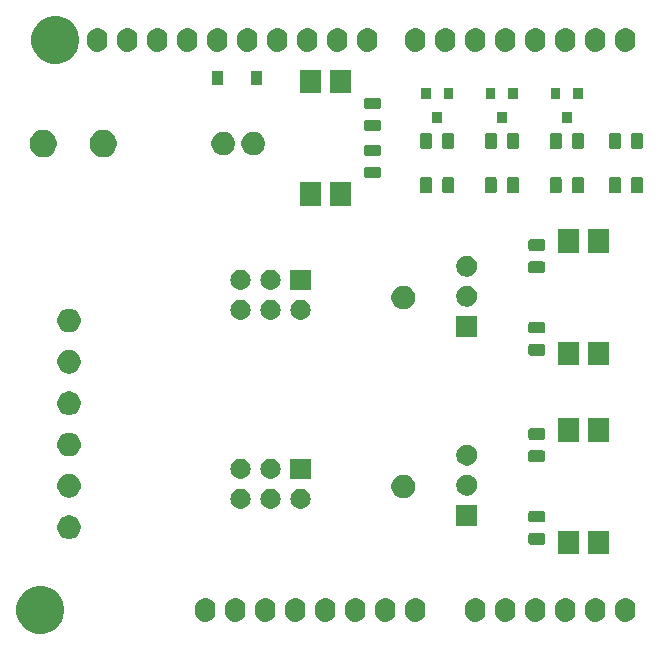
<source format=gbr>
G04 #@! TF.GenerationSoftware,KiCad,Pcbnew,5.0.2+dfsg1-1*
G04 #@! TF.CreationDate,2019-06-09T15:00:16+09:00*
G04 #@! TF.ProjectId,portal_shield_for_arduino,706f7274-616c-45f7-9368-69656c645f66,rev?*
G04 #@! TF.SameCoordinates,Original*
G04 #@! TF.FileFunction,Soldermask,Top*
G04 #@! TF.FilePolarity,Negative*
%FSLAX46Y46*%
G04 Gerber Fmt 4.6, Leading zero omitted, Abs format (unit mm)*
G04 Created by KiCad (PCBNEW 5.0.2+dfsg1-1) date Sun 09 Jun 2019 03:00:16 PM KST*
%MOMM*%
%LPD*%
G01*
G04 APERTURE LIST*
%ADD10C,0.100000*%
G04 APERTURE END LIST*
D10*
G36*
X125560712Y-121871088D02*
X125930510Y-122024263D01*
X125930513Y-122024265D01*
X126263325Y-122246643D01*
X126546357Y-122529675D01*
X126730204Y-122804822D01*
X126768737Y-122862490D01*
X126921912Y-123232288D01*
X127000000Y-123624864D01*
X127000000Y-124025136D01*
X126921912Y-124417712D01*
X126768737Y-124787510D01*
X126768735Y-124787513D01*
X126546357Y-125120325D01*
X126263325Y-125403357D01*
X125930513Y-125625735D01*
X125930510Y-125625737D01*
X125560712Y-125778912D01*
X125168136Y-125857000D01*
X124767864Y-125857000D01*
X124375288Y-125778912D01*
X124005490Y-125625737D01*
X124005487Y-125625735D01*
X123672675Y-125403357D01*
X123389643Y-125120325D01*
X123167265Y-124787513D01*
X123167263Y-124787510D01*
X123014088Y-124417712D01*
X122936000Y-124025136D01*
X122936000Y-123624864D01*
X123014088Y-123232288D01*
X123167263Y-122862490D01*
X123205796Y-122804822D01*
X123389643Y-122529675D01*
X123672675Y-122246643D01*
X124005487Y-122024265D01*
X124005490Y-122024263D01*
X124375288Y-121871088D01*
X124767864Y-121793000D01*
X125168136Y-121793000D01*
X125560712Y-121871088D01*
X125560712Y-121871088D01*
G37*
G36*
X156887294Y-122821496D02*
X157007726Y-122858029D01*
X157050087Y-122870879D01*
X157200112Y-122951068D01*
X157331612Y-123058988D01*
X157439532Y-123190488D01*
X157519721Y-123340512D01*
X157532571Y-123382873D01*
X157569104Y-123503305D01*
X157569104Y-123503307D01*
X157581600Y-123630179D01*
X157581600Y-124019820D01*
X157581076Y-124025136D01*
X157569104Y-124146694D01*
X157532571Y-124267128D01*
X157519721Y-124309488D01*
X157439532Y-124459512D01*
X157331612Y-124591012D01*
X157200112Y-124698932D01*
X157050088Y-124779121D01*
X157022433Y-124787510D01*
X156887295Y-124828504D01*
X156774432Y-124839620D01*
X156718001Y-124845178D01*
X156718000Y-124845178D01*
X156548706Y-124828504D01*
X156413568Y-124787510D01*
X156385913Y-124779121D01*
X156235889Y-124698932D01*
X156145946Y-124625117D01*
X156104388Y-124591012D01*
X155996469Y-124459512D01*
X155974127Y-124417713D01*
X155916279Y-124309488D01*
X155903429Y-124267127D01*
X155866896Y-124146695D01*
X155858565Y-124062112D01*
X155854400Y-124019821D01*
X155854400Y-123630180D01*
X155866896Y-123503308D01*
X155866896Y-123503306D01*
X155916278Y-123340517D01*
X155916279Y-123340513D01*
X155996468Y-123190488D01*
X156104388Y-123058988D01*
X156235888Y-122951068D01*
X156385912Y-122870879D01*
X156428273Y-122858029D01*
X156548705Y-122821496D01*
X156661568Y-122810380D01*
X156717999Y-122804822D01*
X156718000Y-122804822D01*
X156887294Y-122821496D01*
X156887294Y-122821496D01*
G37*
G36*
X141647294Y-122821496D02*
X141767726Y-122858029D01*
X141810087Y-122870879D01*
X141960112Y-122951068D01*
X142091612Y-123058988D01*
X142199532Y-123190488D01*
X142279721Y-123340512D01*
X142292571Y-123382873D01*
X142329104Y-123503305D01*
X142329104Y-123503307D01*
X142341600Y-123630179D01*
X142341600Y-124019820D01*
X142341076Y-124025136D01*
X142329104Y-124146694D01*
X142292571Y-124267128D01*
X142279721Y-124309488D01*
X142199532Y-124459512D01*
X142091612Y-124591012D01*
X141960112Y-124698932D01*
X141810088Y-124779121D01*
X141782433Y-124787510D01*
X141647295Y-124828504D01*
X141534432Y-124839620D01*
X141478001Y-124845178D01*
X141478000Y-124845178D01*
X141308706Y-124828504D01*
X141173568Y-124787510D01*
X141145913Y-124779121D01*
X140995889Y-124698932D01*
X140905946Y-124625117D01*
X140864388Y-124591012D01*
X140756469Y-124459512D01*
X140734127Y-124417713D01*
X140676279Y-124309488D01*
X140663429Y-124267127D01*
X140626896Y-124146695D01*
X140618565Y-124062112D01*
X140614400Y-124019821D01*
X140614400Y-123630180D01*
X140626896Y-123503308D01*
X140626896Y-123503306D01*
X140676278Y-123340517D01*
X140676279Y-123340513D01*
X140756468Y-123190488D01*
X140864388Y-123058988D01*
X140995888Y-122951068D01*
X141145912Y-122870879D01*
X141188273Y-122858029D01*
X141308705Y-122821496D01*
X141421568Y-122810380D01*
X141477999Y-122804822D01*
X141478000Y-122804822D01*
X141647294Y-122821496D01*
X141647294Y-122821496D01*
G37*
G36*
X144187294Y-122821496D02*
X144307726Y-122858029D01*
X144350087Y-122870879D01*
X144500112Y-122951068D01*
X144631612Y-123058988D01*
X144739532Y-123190488D01*
X144819721Y-123340512D01*
X144832571Y-123382873D01*
X144869104Y-123503305D01*
X144869104Y-123503307D01*
X144881600Y-123630179D01*
X144881600Y-124019820D01*
X144881076Y-124025136D01*
X144869104Y-124146694D01*
X144832571Y-124267128D01*
X144819721Y-124309488D01*
X144739532Y-124459512D01*
X144631612Y-124591012D01*
X144500112Y-124698932D01*
X144350088Y-124779121D01*
X144322433Y-124787510D01*
X144187295Y-124828504D01*
X144074432Y-124839620D01*
X144018001Y-124845178D01*
X144018000Y-124845178D01*
X143848706Y-124828504D01*
X143713568Y-124787510D01*
X143685913Y-124779121D01*
X143535889Y-124698932D01*
X143445946Y-124625117D01*
X143404388Y-124591012D01*
X143296469Y-124459512D01*
X143274127Y-124417713D01*
X143216279Y-124309488D01*
X143203429Y-124267127D01*
X143166896Y-124146695D01*
X143158565Y-124062112D01*
X143154400Y-124019821D01*
X143154400Y-123630180D01*
X143166896Y-123503308D01*
X143166896Y-123503306D01*
X143216278Y-123340517D01*
X143216279Y-123340513D01*
X143296468Y-123190488D01*
X143404388Y-123058988D01*
X143535888Y-122951068D01*
X143685912Y-122870879D01*
X143728273Y-122858029D01*
X143848705Y-122821496D01*
X143961568Y-122810380D01*
X144017999Y-122804822D01*
X144018000Y-122804822D01*
X144187294Y-122821496D01*
X144187294Y-122821496D01*
G37*
G36*
X146727294Y-122821496D02*
X146847726Y-122858029D01*
X146890087Y-122870879D01*
X147040112Y-122951068D01*
X147171612Y-123058988D01*
X147279532Y-123190488D01*
X147359721Y-123340512D01*
X147372571Y-123382873D01*
X147409104Y-123503305D01*
X147409104Y-123503307D01*
X147421600Y-123630179D01*
X147421600Y-124019820D01*
X147421076Y-124025136D01*
X147409104Y-124146694D01*
X147372571Y-124267128D01*
X147359721Y-124309488D01*
X147279532Y-124459512D01*
X147171612Y-124591012D01*
X147040112Y-124698932D01*
X146890088Y-124779121D01*
X146862433Y-124787510D01*
X146727295Y-124828504D01*
X146614432Y-124839620D01*
X146558001Y-124845178D01*
X146558000Y-124845178D01*
X146388706Y-124828504D01*
X146253568Y-124787510D01*
X146225913Y-124779121D01*
X146075889Y-124698932D01*
X145985946Y-124625117D01*
X145944388Y-124591012D01*
X145836469Y-124459512D01*
X145814127Y-124417713D01*
X145756279Y-124309488D01*
X145743429Y-124267127D01*
X145706896Y-124146695D01*
X145698565Y-124062112D01*
X145694400Y-124019821D01*
X145694400Y-123630180D01*
X145706896Y-123503308D01*
X145706896Y-123503306D01*
X145756278Y-123340517D01*
X145756279Y-123340513D01*
X145836468Y-123190488D01*
X145944388Y-123058988D01*
X146075888Y-122951068D01*
X146225912Y-122870879D01*
X146268273Y-122858029D01*
X146388705Y-122821496D01*
X146501568Y-122810380D01*
X146557999Y-122804822D01*
X146558000Y-122804822D01*
X146727294Y-122821496D01*
X146727294Y-122821496D01*
G37*
G36*
X149267294Y-122821496D02*
X149387726Y-122858029D01*
X149430087Y-122870879D01*
X149580112Y-122951068D01*
X149711612Y-123058988D01*
X149819532Y-123190488D01*
X149899721Y-123340512D01*
X149912571Y-123382873D01*
X149949104Y-123503305D01*
X149949104Y-123503307D01*
X149961600Y-123630179D01*
X149961600Y-124019820D01*
X149961076Y-124025136D01*
X149949104Y-124146694D01*
X149912571Y-124267128D01*
X149899721Y-124309488D01*
X149819532Y-124459512D01*
X149711612Y-124591012D01*
X149580112Y-124698932D01*
X149430088Y-124779121D01*
X149402433Y-124787510D01*
X149267295Y-124828504D01*
X149154432Y-124839620D01*
X149098001Y-124845178D01*
X149098000Y-124845178D01*
X148928706Y-124828504D01*
X148793568Y-124787510D01*
X148765913Y-124779121D01*
X148615889Y-124698932D01*
X148525946Y-124625117D01*
X148484388Y-124591012D01*
X148376469Y-124459512D01*
X148354127Y-124417713D01*
X148296279Y-124309488D01*
X148283429Y-124267127D01*
X148246896Y-124146695D01*
X148238565Y-124062112D01*
X148234400Y-124019821D01*
X148234400Y-123630180D01*
X148246896Y-123503308D01*
X148246896Y-123503306D01*
X148296278Y-123340517D01*
X148296279Y-123340513D01*
X148376468Y-123190488D01*
X148484388Y-123058988D01*
X148615888Y-122951068D01*
X148765912Y-122870879D01*
X148808273Y-122858029D01*
X148928705Y-122821496D01*
X149041568Y-122810380D01*
X149097999Y-122804822D01*
X149098000Y-122804822D01*
X149267294Y-122821496D01*
X149267294Y-122821496D01*
G37*
G36*
X151807294Y-122821496D02*
X151927726Y-122858029D01*
X151970087Y-122870879D01*
X152120112Y-122951068D01*
X152251612Y-123058988D01*
X152359532Y-123190488D01*
X152439721Y-123340512D01*
X152452571Y-123382873D01*
X152489104Y-123503305D01*
X152489104Y-123503307D01*
X152501600Y-123630179D01*
X152501600Y-124019820D01*
X152501076Y-124025136D01*
X152489104Y-124146694D01*
X152452571Y-124267128D01*
X152439721Y-124309488D01*
X152359532Y-124459512D01*
X152251612Y-124591012D01*
X152120112Y-124698932D01*
X151970088Y-124779121D01*
X151942433Y-124787510D01*
X151807295Y-124828504D01*
X151694432Y-124839620D01*
X151638001Y-124845178D01*
X151638000Y-124845178D01*
X151468706Y-124828504D01*
X151333568Y-124787510D01*
X151305913Y-124779121D01*
X151155889Y-124698932D01*
X151065946Y-124625117D01*
X151024388Y-124591012D01*
X150916469Y-124459512D01*
X150894127Y-124417713D01*
X150836279Y-124309488D01*
X150823429Y-124267127D01*
X150786896Y-124146695D01*
X150778565Y-124062112D01*
X150774400Y-124019821D01*
X150774400Y-123630180D01*
X150786896Y-123503308D01*
X150786896Y-123503306D01*
X150836278Y-123340517D01*
X150836279Y-123340513D01*
X150916468Y-123190488D01*
X151024388Y-123058988D01*
X151155888Y-122951068D01*
X151305912Y-122870879D01*
X151348273Y-122858029D01*
X151468705Y-122821496D01*
X151581568Y-122810380D01*
X151637999Y-122804822D01*
X151638000Y-122804822D01*
X151807294Y-122821496D01*
X151807294Y-122821496D01*
G37*
G36*
X154347294Y-122821496D02*
X154467726Y-122858029D01*
X154510087Y-122870879D01*
X154660112Y-122951068D01*
X154791612Y-123058988D01*
X154899532Y-123190488D01*
X154979721Y-123340512D01*
X154992571Y-123382873D01*
X155029104Y-123503305D01*
X155029104Y-123503307D01*
X155041600Y-123630179D01*
X155041600Y-124019820D01*
X155041076Y-124025136D01*
X155029104Y-124146694D01*
X154992571Y-124267128D01*
X154979721Y-124309488D01*
X154899532Y-124459512D01*
X154791612Y-124591012D01*
X154660112Y-124698932D01*
X154510088Y-124779121D01*
X154482433Y-124787510D01*
X154347295Y-124828504D01*
X154234432Y-124839620D01*
X154178001Y-124845178D01*
X154178000Y-124845178D01*
X154008706Y-124828504D01*
X153873568Y-124787510D01*
X153845913Y-124779121D01*
X153695889Y-124698932D01*
X153605946Y-124625117D01*
X153564388Y-124591012D01*
X153456469Y-124459512D01*
X153434127Y-124417713D01*
X153376279Y-124309488D01*
X153363429Y-124267127D01*
X153326896Y-124146695D01*
X153318565Y-124062112D01*
X153314400Y-124019821D01*
X153314400Y-123630180D01*
X153326896Y-123503308D01*
X153326896Y-123503306D01*
X153376278Y-123340517D01*
X153376279Y-123340513D01*
X153456468Y-123190488D01*
X153564388Y-123058988D01*
X153695888Y-122951068D01*
X153845912Y-122870879D01*
X153888273Y-122858029D01*
X154008705Y-122821496D01*
X154121568Y-122810380D01*
X154177999Y-122804822D01*
X154178000Y-122804822D01*
X154347294Y-122821496D01*
X154347294Y-122821496D01*
G37*
G36*
X161967294Y-122821496D02*
X162087726Y-122858029D01*
X162130087Y-122870879D01*
X162280112Y-122951068D01*
X162411612Y-123058988D01*
X162519532Y-123190488D01*
X162599721Y-123340512D01*
X162612571Y-123382873D01*
X162649104Y-123503305D01*
X162649104Y-123503307D01*
X162661600Y-123630179D01*
X162661600Y-124019820D01*
X162661076Y-124025136D01*
X162649104Y-124146694D01*
X162612571Y-124267128D01*
X162599721Y-124309488D01*
X162519532Y-124459512D01*
X162411612Y-124591012D01*
X162280112Y-124698932D01*
X162130088Y-124779121D01*
X162102433Y-124787510D01*
X161967295Y-124828504D01*
X161854432Y-124839620D01*
X161798001Y-124845178D01*
X161798000Y-124845178D01*
X161628706Y-124828504D01*
X161493568Y-124787510D01*
X161465913Y-124779121D01*
X161315889Y-124698932D01*
X161225946Y-124625117D01*
X161184388Y-124591012D01*
X161076469Y-124459512D01*
X161054127Y-124417713D01*
X160996279Y-124309488D01*
X160983429Y-124267127D01*
X160946896Y-124146695D01*
X160938565Y-124062112D01*
X160934400Y-124019821D01*
X160934400Y-123630180D01*
X160946896Y-123503308D01*
X160946896Y-123503306D01*
X160996278Y-123340517D01*
X160996279Y-123340513D01*
X161076468Y-123190488D01*
X161184388Y-123058988D01*
X161315888Y-122951068D01*
X161465912Y-122870879D01*
X161508273Y-122858029D01*
X161628705Y-122821496D01*
X161741568Y-122810380D01*
X161797999Y-122804822D01*
X161798000Y-122804822D01*
X161967294Y-122821496D01*
X161967294Y-122821496D01*
G37*
G36*
X139107294Y-122821496D02*
X139227726Y-122858029D01*
X139270087Y-122870879D01*
X139420112Y-122951068D01*
X139551612Y-123058988D01*
X139659532Y-123190488D01*
X139739721Y-123340512D01*
X139752571Y-123382873D01*
X139789104Y-123503305D01*
X139789104Y-123503307D01*
X139801600Y-123630179D01*
X139801600Y-124019820D01*
X139801076Y-124025136D01*
X139789104Y-124146694D01*
X139752571Y-124267128D01*
X139739721Y-124309488D01*
X139659532Y-124459512D01*
X139551612Y-124591012D01*
X139420112Y-124698932D01*
X139270088Y-124779121D01*
X139242433Y-124787510D01*
X139107295Y-124828504D01*
X138994432Y-124839620D01*
X138938001Y-124845178D01*
X138938000Y-124845178D01*
X138768706Y-124828504D01*
X138633568Y-124787510D01*
X138605913Y-124779121D01*
X138455889Y-124698932D01*
X138365946Y-124625117D01*
X138324388Y-124591012D01*
X138216469Y-124459512D01*
X138194127Y-124417713D01*
X138136279Y-124309488D01*
X138123429Y-124267127D01*
X138086896Y-124146695D01*
X138078565Y-124062112D01*
X138074400Y-124019821D01*
X138074400Y-123630180D01*
X138086896Y-123503308D01*
X138086896Y-123503306D01*
X138136278Y-123340517D01*
X138136279Y-123340513D01*
X138216468Y-123190488D01*
X138324388Y-123058988D01*
X138455888Y-122951068D01*
X138605912Y-122870879D01*
X138648273Y-122858029D01*
X138768705Y-122821496D01*
X138881568Y-122810380D01*
X138937999Y-122804822D01*
X138938000Y-122804822D01*
X139107294Y-122821496D01*
X139107294Y-122821496D01*
G37*
G36*
X174667294Y-122821496D02*
X174787726Y-122858029D01*
X174830087Y-122870879D01*
X174980112Y-122951068D01*
X175111612Y-123058988D01*
X175219532Y-123190488D01*
X175299721Y-123340512D01*
X175312571Y-123382873D01*
X175349104Y-123503305D01*
X175349104Y-123503307D01*
X175361600Y-123630179D01*
X175361600Y-124019820D01*
X175361076Y-124025136D01*
X175349104Y-124146694D01*
X175312571Y-124267128D01*
X175299721Y-124309488D01*
X175219532Y-124459512D01*
X175111612Y-124591012D01*
X174980112Y-124698932D01*
X174830088Y-124779121D01*
X174802433Y-124787510D01*
X174667295Y-124828504D01*
X174554432Y-124839620D01*
X174498001Y-124845178D01*
X174498000Y-124845178D01*
X174328706Y-124828504D01*
X174193568Y-124787510D01*
X174165913Y-124779121D01*
X174015889Y-124698932D01*
X173925946Y-124625117D01*
X173884388Y-124591012D01*
X173776469Y-124459512D01*
X173754127Y-124417713D01*
X173696279Y-124309488D01*
X173683429Y-124267127D01*
X173646896Y-124146695D01*
X173638565Y-124062112D01*
X173634400Y-124019821D01*
X173634400Y-123630180D01*
X173646896Y-123503308D01*
X173646896Y-123503306D01*
X173696278Y-123340517D01*
X173696279Y-123340513D01*
X173776468Y-123190488D01*
X173884388Y-123058988D01*
X174015888Y-122951068D01*
X174165912Y-122870879D01*
X174208273Y-122858029D01*
X174328705Y-122821496D01*
X174441568Y-122810380D01*
X174497999Y-122804822D01*
X174498000Y-122804822D01*
X174667294Y-122821496D01*
X174667294Y-122821496D01*
G37*
G36*
X172127294Y-122821496D02*
X172247726Y-122858029D01*
X172290087Y-122870879D01*
X172440112Y-122951068D01*
X172571612Y-123058988D01*
X172679532Y-123190488D01*
X172759721Y-123340512D01*
X172772571Y-123382873D01*
X172809104Y-123503305D01*
X172809104Y-123503307D01*
X172821600Y-123630179D01*
X172821600Y-124019820D01*
X172821076Y-124025136D01*
X172809104Y-124146694D01*
X172772571Y-124267128D01*
X172759721Y-124309488D01*
X172679532Y-124459512D01*
X172571612Y-124591012D01*
X172440112Y-124698932D01*
X172290088Y-124779121D01*
X172262433Y-124787510D01*
X172127295Y-124828504D01*
X172014432Y-124839620D01*
X171958001Y-124845178D01*
X171958000Y-124845178D01*
X171788706Y-124828504D01*
X171653568Y-124787510D01*
X171625913Y-124779121D01*
X171475889Y-124698932D01*
X171385946Y-124625117D01*
X171344388Y-124591012D01*
X171236469Y-124459512D01*
X171214127Y-124417713D01*
X171156279Y-124309488D01*
X171143429Y-124267127D01*
X171106896Y-124146695D01*
X171098565Y-124062112D01*
X171094400Y-124019821D01*
X171094400Y-123630180D01*
X171106896Y-123503308D01*
X171106896Y-123503306D01*
X171156278Y-123340517D01*
X171156279Y-123340513D01*
X171236468Y-123190488D01*
X171344388Y-123058988D01*
X171475888Y-122951068D01*
X171625912Y-122870879D01*
X171668273Y-122858029D01*
X171788705Y-122821496D01*
X171901568Y-122810380D01*
X171957999Y-122804822D01*
X171958000Y-122804822D01*
X172127294Y-122821496D01*
X172127294Y-122821496D01*
G37*
G36*
X167047294Y-122821496D02*
X167167726Y-122858029D01*
X167210087Y-122870879D01*
X167360112Y-122951068D01*
X167491612Y-123058988D01*
X167599532Y-123190488D01*
X167679721Y-123340512D01*
X167692571Y-123382873D01*
X167729104Y-123503305D01*
X167729104Y-123503307D01*
X167741600Y-123630179D01*
X167741600Y-124019820D01*
X167741076Y-124025136D01*
X167729104Y-124146694D01*
X167692571Y-124267128D01*
X167679721Y-124309488D01*
X167599532Y-124459512D01*
X167491612Y-124591012D01*
X167360112Y-124698932D01*
X167210088Y-124779121D01*
X167182433Y-124787510D01*
X167047295Y-124828504D01*
X166934432Y-124839620D01*
X166878001Y-124845178D01*
X166878000Y-124845178D01*
X166708706Y-124828504D01*
X166573568Y-124787510D01*
X166545913Y-124779121D01*
X166395889Y-124698932D01*
X166305946Y-124625117D01*
X166264388Y-124591012D01*
X166156469Y-124459512D01*
X166134127Y-124417713D01*
X166076279Y-124309488D01*
X166063429Y-124267127D01*
X166026896Y-124146695D01*
X166018565Y-124062112D01*
X166014400Y-124019821D01*
X166014400Y-123630180D01*
X166026896Y-123503308D01*
X166026896Y-123503306D01*
X166076278Y-123340517D01*
X166076279Y-123340513D01*
X166156468Y-123190488D01*
X166264388Y-123058988D01*
X166395888Y-122951068D01*
X166545912Y-122870879D01*
X166588273Y-122858029D01*
X166708705Y-122821496D01*
X166821568Y-122810380D01*
X166877999Y-122804822D01*
X166878000Y-122804822D01*
X167047294Y-122821496D01*
X167047294Y-122821496D01*
G37*
G36*
X164507294Y-122821496D02*
X164627726Y-122858029D01*
X164670087Y-122870879D01*
X164820112Y-122951068D01*
X164951612Y-123058988D01*
X165059532Y-123190488D01*
X165139721Y-123340512D01*
X165152571Y-123382873D01*
X165189104Y-123503305D01*
X165189104Y-123503307D01*
X165201600Y-123630179D01*
X165201600Y-124019820D01*
X165201076Y-124025136D01*
X165189104Y-124146694D01*
X165152571Y-124267128D01*
X165139721Y-124309488D01*
X165059532Y-124459512D01*
X164951612Y-124591012D01*
X164820112Y-124698932D01*
X164670088Y-124779121D01*
X164642433Y-124787510D01*
X164507295Y-124828504D01*
X164394432Y-124839620D01*
X164338001Y-124845178D01*
X164338000Y-124845178D01*
X164168706Y-124828504D01*
X164033568Y-124787510D01*
X164005913Y-124779121D01*
X163855889Y-124698932D01*
X163765946Y-124625117D01*
X163724388Y-124591012D01*
X163616469Y-124459512D01*
X163594127Y-124417713D01*
X163536279Y-124309488D01*
X163523429Y-124267127D01*
X163486896Y-124146695D01*
X163478565Y-124062112D01*
X163474400Y-124019821D01*
X163474400Y-123630180D01*
X163486896Y-123503308D01*
X163486896Y-123503306D01*
X163536278Y-123340517D01*
X163536279Y-123340513D01*
X163616468Y-123190488D01*
X163724388Y-123058988D01*
X163855888Y-122951068D01*
X164005912Y-122870879D01*
X164048273Y-122858029D01*
X164168705Y-122821496D01*
X164281568Y-122810380D01*
X164337999Y-122804822D01*
X164338000Y-122804822D01*
X164507294Y-122821496D01*
X164507294Y-122821496D01*
G37*
G36*
X169587294Y-122821496D02*
X169707726Y-122858029D01*
X169750087Y-122870879D01*
X169900112Y-122951068D01*
X170031612Y-123058988D01*
X170139532Y-123190488D01*
X170219721Y-123340512D01*
X170232571Y-123382873D01*
X170269104Y-123503305D01*
X170269104Y-123503307D01*
X170281600Y-123630179D01*
X170281600Y-124019820D01*
X170281076Y-124025136D01*
X170269104Y-124146694D01*
X170232571Y-124267128D01*
X170219721Y-124309488D01*
X170139532Y-124459512D01*
X170031612Y-124591012D01*
X169900112Y-124698932D01*
X169750088Y-124779121D01*
X169722433Y-124787510D01*
X169587295Y-124828504D01*
X169474432Y-124839620D01*
X169418001Y-124845178D01*
X169418000Y-124845178D01*
X169248706Y-124828504D01*
X169113568Y-124787510D01*
X169085913Y-124779121D01*
X168935889Y-124698932D01*
X168845946Y-124625117D01*
X168804388Y-124591012D01*
X168696469Y-124459512D01*
X168674127Y-124417713D01*
X168616279Y-124309488D01*
X168603429Y-124267127D01*
X168566896Y-124146695D01*
X168558565Y-124062112D01*
X168554400Y-124019821D01*
X168554400Y-123630180D01*
X168566896Y-123503308D01*
X168566896Y-123503306D01*
X168616278Y-123340517D01*
X168616279Y-123340513D01*
X168696468Y-123190488D01*
X168804388Y-123058988D01*
X168935888Y-122951068D01*
X169085912Y-122870879D01*
X169128273Y-122858029D01*
X169248705Y-122821496D01*
X169361568Y-122810380D01*
X169417999Y-122804822D01*
X169418000Y-122804822D01*
X169587294Y-122821496D01*
X169587294Y-122821496D01*
G37*
G36*
X173158000Y-119130000D02*
X171378000Y-119130000D01*
X171378000Y-117130000D01*
X173158000Y-117130000D01*
X173158000Y-119130000D01*
X173158000Y-119130000D01*
G37*
G36*
X170618000Y-119130000D02*
X168838000Y-119130000D01*
X168838000Y-117130000D01*
X170618000Y-117130000D01*
X170618000Y-119130000D01*
X170618000Y-119130000D01*
G37*
G36*
X167551992Y-117319076D02*
X167585883Y-117329357D01*
X167617111Y-117346048D01*
X167644485Y-117368515D01*
X167666952Y-117395889D01*
X167683643Y-117427117D01*
X167693924Y-117461008D01*
X167698000Y-117502391D01*
X167698000Y-118102609D01*
X167693924Y-118143992D01*
X167683643Y-118177883D01*
X167666952Y-118209111D01*
X167644485Y-118236485D01*
X167617111Y-118258952D01*
X167585883Y-118275643D01*
X167551992Y-118285924D01*
X167510609Y-118290000D01*
X166485391Y-118290000D01*
X166444008Y-118285924D01*
X166410117Y-118275643D01*
X166378889Y-118258952D01*
X166351515Y-118236485D01*
X166329048Y-118209111D01*
X166312357Y-118177883D01*
X166302076Y-118143992D01*
X166298000Y-118102609D01*
X166298000Y-117502391D01*
X166302076Y-117461008D01*
X166312357Y-117427117D01*
X166329048Y-117395889D01*
X166351515Y-117368515D01*
X166378889Y-117346048D01*
X166410117Y-117329357D01*
X166444008Y-117319076D01*
X166485391Y-117315000D01*
X167510609Y-117315000D01*
X167551992Y-117319076D01*
X167551992Y-117319076D01*
G37*
G36*
X127573770Y-115830372D02*
X127689689Y-115853429D01*
X127871678Y-115928811D01*
X128035463Y-116038249D01*
X128174751Y-116177537D01*
X128284189Y-116341322D01*
X128359571Y-116523311D01*
X128382628Y-116639230D01*
X128393205Y-116692400D01*
X128398000Y-116716509D01*
X128398000Y-116913491D01*
X128359571Y-117106689D01*
X128284189Y-117288678D01*
X128174751Y-117452463D01*
X128035463Y-117591751D01*
X127871678Y-117701189D01*
X127689689Y-117776571D01*
X127573770Y-117799628D01*
X127496493Y-117815000D01*
X127299507Y-117815000D01*
X127222230Y-117799628D01*
X127106311Y-117776571D01*
X126924322Y-117701189D01*
X126760537Y-117591751D01*
X126621249Y-117452463D01*
X126511811Y-117288678D01*
X126436429Y-117106689D01*
X126398000Y-116913491D01*
X126398000Y-116716509D01*
X126402796Y-116692400D01*
X126413372Y-116639230D01*
X126436429Y-116523311D01*
X126511811Y-116341322D01*
X126621249Y-116177537D01*
X126760537Y-116038249D01*
X126924322Y-115928811D01*
X127106311Y-115853429D01*
X127222230Y-115830372D01*
X127299507Y-115815000D01*
X127496493Y-115815000D01*
X127573770Y-115830372D01*
X127573770Y-115830372D01*
G37*
G36*
X161961040Y-116692400D02*
X160183040Y-116692400D01*
X160183040Y-114914400D01*
X161961040Y-114914400D01*
X161961040Y-116692400D01*
X161961040Y-116692400D01*
G37*
G36*
X167551992Y-115444076D02*
X167585883Y-115454357D01*
X167617111Y-115471048D01*
X167644485Y-115493515D01*
X167666952Y-115520889D01*
X167683643Y-115552117D01*
X167693924Y-115586008D01*
X167698000Y-115627391D01*
X167698000Y-116227609D01*
X167693924Y-116268992D01*
X167683643Y-116302883D01*
X167666952Y-116334111D01*
X167644485Y-116361485D01*
X167617111Y-116383952D01*
X167585883Y-116400643D01*
X167551992Y-116410924D01*
X167510609Y-116415000D01*
X166485391Y-116415000D01*
X166444008Y-116410924D01*
X166410117Y-116400643D01*
X166378889Y-116383952D01*
X166351515Y-116361485D01*
X166329048Y-116334111D01*
X166312357Y-116302883D01*
X166302076Y-116268992D01*
X166298000Y-116227609D01*
X166298000Y-115627391D01*
X166302076Y-115586008D01*
X166312357Y-115552117D01*
X166329048Y-115520889D01*
X166351515Y-115493515D01*
X166378889Y-115471048D01*
X166410117Y-115454357D01*
X166444008Y-115444076D01*
X166485391Y-115440000D01*
X167510609Y-115440000D01*
X167551992Y-115444076D01*
X167551992Y-115444076D01*
G37*
G36*
X147164630Y-113567299D02*
X147324855Y-113615903D01*
X147472520Y-113694831D01*
X147601949Y-113801051D01*
X147708169Y-113930480D01*
X147787097Y-114078145D01*
X147835701Y-114238370D01*
X147852112Y-114405000D01*
X147835701Y-114571630D01*
X147787097Y-114731855D01*
X147708169Y-114879520D01*
X147601949Y-115008949D01*
X147472520Y-115115169D01*
X147324855Y-115194097D01*
X147164630Y-115242701D01*
X147039752Y-115255000D01*
X146956248Y-115255000D01*
X146831370Y-115242701D01*
X146671145Y-115194097D01*
X146523480Y-115115169D01*
X146394051Y-115008949D01*
X146287831Y-114879520D01*
X146208903Y-114731855D01*
X146160299Y-114571630D01*
X146143888Y-114405000D01*
X146160299Y-114238370D01*
X146208903Y-114078145D01*
X146287831Y-113930480D01*
X146394051Y-113801051D01*
X146523480Y-113694831D01*
X146671145Y-113615903D01*
X146831370Y-113567299D01*
X146956248Y-113555000D01*
X147039752Y-113555000D01*
X147164630Y-113567299D01*
X147164630Y-113567299D01*
G37*
G36*
X144624630Y-113567299D02*
X144784855Y-113615903D01*
X144932520Y-113694831D01*
X145061949Y-113801051D01*
X145168169Y-113930480D01*
X145247097Y-114078145D01*
X145295701Y-114238370D01*
X145312112Y-114405000D01*
X145295701Y-114571630D01*
X145247097Y-114731855D01*
X145168169Y-114879520D01*
X145061949Y-115008949D01*
X144932520Y-115115169D01*
X144784855Y-115194097D01*
X144624630Y-115242701D01*
X144499752Y-115255000D01*
X144416248Y-115255000D01*
X144291370Y-115242701D01*
X144131145Y-115194097D01*
X143983480Y-115115169D01*
X143854051Y-115008949D01*
X143747831Y-114879520D01*
X143668903Y-114731855D01*
X143620299Y-114571630D01*
X143603888Y-114405000D01*
X143620299Y-114238370D01*
X143668903Y-114078145D01*
X143747831Y-113930480D01*
X143854051Y-113801051D01*
X143983480Y-113694831D01*
X144131145Y-113615903D01*
X144291370Y-113567299D01*
X144416248Y-113555000D01*
X144499752Y-113555000D01*
X144624630Y-113567299D01*
X144624630Y-113567299D01*
G37*
G36*
X142084630Y-113567299D02*
X142244855Y-113615903D01*
X142392520Y-113694831D01*
X142521949Y-113801051D01*
X142628169Y-113930480D01*
X142707097Y-114078145D01*
X142755701Y-114238370D01*
X142772112Y-114405000D01*
X142755701Y-114571630D01*
X142707097Y-114731855D01*
X142628169Y-114879520D01*
X142521949Y-115008949D01*
X142392520Y-115115169D01*
X142244855Y-115194097D01*
X142084630Y-115242701D01*
X141959752Y-115255000D01*
X141876248Y-115255000D01*
X141751370Y-115242701D01*
X141591145Y-115194097D01*
X141443480Y-115115169D01*
X141314051Y-115008949D01*
X141207831Y-114879520D01*
X141128903Y-114731855D01*
X141080299Y-114571630D01*
X141063888Y-114405000D01*
X141080299Y-114238370D01*
X141128903Y-114078145D01*
X141207831Y-113930480D01*
X141314051Y-113801051D01*
X141443480Y-113694831D01*
X141591145Y-113615903D01*
X141751370Y-113567299D01*
X141876248Y-113555000D01*
X141959752Y-113555000D01*
X142084630Y-113567299D01*
X142084630Y-113567299D01*
G37*
G36*
X155988938Y-112403919D02*
X156170837Y-112479264D01*
X156334541Y-112588648D01*
X156473752Y-112727859D01*
X156583136Y-112891563D01*
X156658481Y-113073462D01*
X156696890Y-113266557D01*
X156696890Y-113463443D01*
X156658481Y-113656538D01*
X156583136Y-113838437D01*
X156473752Y-114002141D01*
X156334541Y-114141352D01*
X156170837Y-114250736D01*
X155988938Y-114326081D01*
X155795843Y-114364490D01*
X155598957Y-114364490D01*
X155405862Y-114326081D01*
X155223963Y-114250736D01*
X155060259Y-114141352D01*
X154921048Y-114002141D01*
X154811664Y-113838437D01*
X154736319Y-113656538D01*
X154697910Y-113463443D01*
X154697910Y-113266557D01*
X154736319Y-113073462D01*
X154811664Y-112891563D01*
X154921048Y-112727859D01*
X155060259Y-112588648D01*
X155223963Y-112479264D01*
X155405862Y-112403919D01*
X155598957Y-112365510D01*
X155795843Y-112365510D01*
X155988938Y-112403919D01*
X155988938Y-112403919D01*
G37*
G36*
X127573770Y-112330372D02*
X127689689Y-112353429D01*
X127871678Y-112428811D01*
X128035463Y-112538249D01*
X128174751Y-112677537D01*
X128284189Y-112841322D01*
X128359571Y-113023311D01*
X128382628Y-113139230D01*
X128398000Y-113216507D01*
X128398000Y-113413493D01*
X128388064Y-113463443D01*
X128359571Y-113606689D01*
X128284189Y-113788678D01*
X128174751Y-113952463D01*
X128035463Y-114091751D01*
X127871678Y-114201189D01*
X127689689Y-114276571D01*
X127573770Y-114299628D01*
X127496493Y-114315000D01*
X127299507Y-114315000D01*
X127222230Y-114299628D01*
X127106311Y-114276571D01*
X126924322Y-114201189D01*
X126760537Y-114091751D01*
X126621249Y-113952463D01*
X126511811Y-113788678D01*
X126436429Y-113606689D01*
X126407936Y-113463443D01*
X126398000Y-113413493D01*
X126398000Y-113216507D01*
X126413372Y-113139230D01*
X126436429Y-113023311D01*
X126511811Y-112841322D01*
X126621249Y-112677537D01*
X126760537Y-112538249D01*
X126924322Y-112428811D01*
X127106311Y-112353429D01*
X127222230Y-112330372D01*
X127299507Y-112315000D01*
X127496493Y-112315000D01*
X127573770Y-112330372D01*
X127573770Y-112330372D01*
G37*
G36*
X161331352Y-112408564D02*
X161493138Y-112475578D01*
X161638747Y-112572871D01*
X161762569Y-112696693D01*
X161859862Y-112842302D01*
X161926876Y-113004088D01*
X161961040Y-113175841D01*
X161961040Y-113350959D01*
X161926876Y-113522712D01*
X161859862Y-113684498D01*
X161762569Y-113830107D01*
X161638747Y-113953929D01*
X161493138Y-114051222D01*
X161395302Y-114091747D01*
X161331352Y-114118236D01*
X161159599Y-114152400D01*
X160984481Y-114152400D01*
X160812728Y-114118236D01*
X160748778Y-114091747D01*
X160650942Y-114051222D01*
X160505333Y-113953929D01*
X160381511Y-113830107D01*
X160284218Y-113684498D01*
X160217204Y-113522712D01*
X160183040Y-113350959D01*
X160183040Y-113175841D01*
X160217204Y-113004088D01*
X160284218Y-112842302D01*
X160381511Y-112696693D01*
X160505333Y-112572871D01*
X160650942Y-112475578D01*
X160812728Y-112408564D01*
X160984481Y-112374400D01*
X161159599Y-112374400D01*
X161331352Y-112408564D01*
X161331352Y-112408564D01*
G37*
G36*
X142084630Y-111027299D02*
X142244855Y-111075903D01*
X142392520Y-111154831D01*
X142521949Y-111261051D01*
X142628169Y-111390480D01*
X142707097Y-111538145D01*
X142755701Y-111698370D01*
X142772112Y-111865000D01*
X142755701Y-112031630D01*
X142707097Y-112191855D01*
X142628169Y-112339520D01*
X142521949Y-112468949D01*
X142392520Y-112575169D01*
X142244855Y-112654097D01*
X142084630Y-112702701D01*
X141959752Y-112715000D01*
X141876248Y-112715000D01*
X141751370Y-112702701D01*
X141591145Y-112654097D01*
X141443480Y-112575169D01*
X141314051Y-112468949D01*
X141207831Y-112339520D01*
X141128903Y-112191855D01*
X141080299Y-112031630D01*
X141063888Y-111865000D01*
X141080299Y-111698370D01*
X141128903Y-111538145D01*
X141207831Y-111390480D01*
X141314051Y-111261051D01*
X141443480Y-111154831D01*
X141591145Y-111075903D01*
X141751370Y-111027299D01*
X141876248Y-111015000D01*
X141959752Y-111015000D01*
X142084630Y-111027299D01*
X142084630Y-111027299D01*
G37*
G36*
X144624630Y-111027299D02*
X144784855Y-111075903D01*
X144932520Y-111154831D01*
X145061949Y-111261051D01*
X145168169Y-111390480D01*
X145247097Y-111538145D01*
X145295701Y-111698370D01*
X145312112Y-111865000D01*
X145295701Y-112031630D01*
X145247097Y-112191855D01*
X145168169Y-112339520D01*
X145061949Y-112468949D01*
X144932520Y-112575169D01*
X144784855Y-112654097D01*
X144624630Y-112702701D01*
X144499752Y-112715000D01*
X144416248Y-112715000D01*
X144291370Y-112702701D01*
X144131145Y-112654097D01*
X143983480Y-112575169D01*
X143854051Y-112468949D01*
X143747831Y-112339520D01*
X143668903Y-112191855D01*
X143620299Y-112031630D01*
X143603888Y-111865000D01*
X143620299Y-111698370D01*
X143668903Y-111538145D01*
X143747831Y-111390480D01*
X143854051Y-111261051D01*
X143983480Y-111154831D01*
X144131145Y-111075903D01*
X144291370Y-111027299D01*
X144416248Y-111015000D01*
X144499752Y-111015000D01*
X144624630Y-111027299D01*
X144624630Y-111027299D01*
G37*
G36*
X147848000Y-112715000D02*
X146148000Y-112715000D01*
X146148000Y-111015000D01*
X147848000Y-111015000D01*
X147848000Y-112715000D01*
X147848000Y-112715000D01*
G37*
G36*
X161331352Y-109868564D02*
X161493138Y-109935578D01*
X161638747Y-110032871D01*
X161762569Y-110156693D01*
X161859862Y-110302302D01*
X161926876Y-110464088D01*
X161961040Y-110635841D01*
X161961040Y-110810959D01*
X161926876Y-110982712D01*
X161859862Y-111144498D01*
X161762569Y-111290107D01*
X161638747Y-111413929D01*
X161493138Y-111511222D01*
X161331352Y-111578236D01*
X161159599Y-111612400D01*
X160984481Y-111612400D01*
X160812728Y-111578236D01*
X160650942Y-111511222D01*
X160505333Y-111413929D01*
X160381511Y-111290107D01*
X160284218Y-111144498D01*
X160217204Y-110982712D01*
X160183040Y-110810959D01*
X160183040Y-110635841D01*
X160217204Y-110464088D01*
X160284218Y-110302302D01*
X160381511Y-110156693D01*
X160505333Y-110032871D01*
X160650942Y-109935578D01*
X160812728Y-109868564D01*
X160984481Y-109834400D01*
X161159599Y-109834400D01*
X161331352Y-109868564D01*
X161331352Y-109868564D01*
G37*
G36*
X167551992Y-110319076D02*
X167585883Y-110329357D01*
X167617111Y-110346048D01*
X167644485Y-110368515D01*
X167666952Y-110395889D01*
X167683643Y-110427117D01*
X167693924Y-110461008D01*
X167698000Y-110502391D01*
X167698000Y-111102609D01*
X167693924Y-111143992D01*
X167683643Y-111177883D01*
X167666952Y-111209111D01*
X167644485Y-111236485D01*
X167617111Y-111258952D01*
X167585883Y-111275643D01*
X167551992Y-111285924D01*
X167510609Y-111290000D01*
X166485391Y-111290000D01*
X166444008Y-111285924D01*
X166410117Y-111275643D01*
X166378889Y-111258952D01*
X166351515Y-111236485D01*
X166329048Y-111209111D01*
X166312357Y-111177883D01*
X166302076Y-111143992D01*
X166298000Y-111102609D01*
X166298000Y-110502391D01*
X166302076Y-110461008D01*
X166312357Y-110427117D01*
X166329048Y-110395889D01*
X166351515Y-110368515D01*
X166378889Y-110346048D01*
X166410117Y-110329357D01*
X166444008Y-110319076D01*
X166485391Y-110315000D01*
X167510609Y-110315000D01*
X167551992Y-110319076D01*
X167551992Y-110319076D01*
G37*
G36*
X127573770Y-108830372D02*
X127689689Y-108853429D01*
X127871678Y-108928811D01*
X128035463Y-109038249D01*
X128174751Y-109177537D01*
X128284189Y-109341322D01*
X128359571Y-109523311D01*
X128374825Y-109600000D01*
X128398000Y-109716507D01*
X128398000Y-109913493D01*
X128382628Y-109990770D01*
X128359571Y-110106689D01*
X128284189Y-110288678D01*
X128174751Y-110452463D01*
X128035463Y-110591751D01*
X127871678Y-110701189D01*
X127689689Y-110776571D01*
X127573770Y-110799628D01*
X127496493Y-110815000D01*
X127299507Y-110815000D01*
X127222230Y-110799628D01*
X127106311Y-110776571D01*
X126924322Y-110701189D01*
X126760537Y-110591751D01*
X126621249Y-110452463D01*
X126511811Y-110288678D01*
X126436429Y-110106689D01*
X126413372Y-109990770D01*
X126398000Y-109913493D01*
X126398000Y-109716507D01*
X126421175Y-109600000D01*
X126436429Y-109523311D01*
X126511811Y-109341322D01*
X126621249Y-109177537D01*
X126760537Y-109038249D01*
X126924322Y-108928811D01*
X127106311Y-108853429D01*
X127222230Y-108830372D01*
X127299507Y-108815000D01*
X127496493Y-108815000D01*
X127573770Y-108830372D01*
X127573770Y-108830372D01*
G37*
G36*
X173158000Y-109600000D02*
X171378000Y-109600000D01*
X171378000Y-107600000D01*
X173158000Y-107600000D01*
X173158000Y-109600000D01*
X173158000Y-109600000D01*
G37*
G36*
X170618000Y-109600000D02*
X168838000Y-109600000D01*
X168838000Y-107600000D01*
X170618000Y-107600000D01*
X170618000Y-109600000D01*
X170618000Y-109600000D01*
G37*
G36*
X167551992Y-108444076D02*
X167585883Y-108454357D01*
X167617111Y-108471048D01*
X167644485Y-108493515D01*
X167666952Y-108520889D01*
X167683643Y-108552117D01*
X167693924Y-108586008D01*
X167698000Y-108627391D01*
X167698000Y-109227609D01*
X167693924Y-109268992D01*
X167683643Y-109302883D01*
X167666952Y-109334111D01*
X167644485Y-109361485D01*
X167617111Y-109383952D01*
X167585883Y-109400643D01*
X167551992Y-109410924D01*
X167510609Y-109415000D01*
X166485391Y-109415000D01*
X166444008Y-109410924D01*
X166410117Y-109400643D01*
X166378889Y-109383952D01*
X166351515Y-109361485D01*
X166329048Y-109334111D01*
X166312357Y-109302883D01*
X166302076Y-109268992D01*
X166298000Y-109227609D01*
X166298000Y-108627391D01*
X166302076Y-108586008D01*
X166312357Y-108552117D01*
X166329048Y-108520889D01*
X166351515Y-108493515D01*
X166378889Y-108471048D01*
X166410117Y-108454357D01*
X166444008Y-108444076D01*
X166485391Y-108440000D01*
X167510609Y-108440000D01*
X167551992Y-108444076D01*
X167551992Y-108444076D01*
G37*
G36*
X127573770Y-105330372D02*
X127689689Y-105353429D01*
X127871678Y-105428811D01*
X128035463Y-105538249D01*
X128174751Y-105677537D01*
X128284189Y-105841322D01*
X128359571Y-106023311D01*
X128398000Y-106216509D01*
X128398000Y-106413491D01*
X128359571Y-106606689D01*
X128284189Y-106788678D01*
X128174751Y-106952463D01*
X128035463Y-107091751D01*
X127871678Y-107201189D01*
X127689689Y-107276571D01*
X127573770Y-107299628D01*
X127496493Y-107315000D01*
X127299507Y-107315000D01*
X127222230Y-107299628D01*
X127106311Y-107276571D01*
X126924322Y-107201189D01*
X126760537Y-107091751D01*
X126621249Y-106952463D01*
X126511811Y-106788678D01*
X126436429Y-106606689D01*
X126398000Y-106413491D01*
X126398000Y-106216509D01*
X126436429Y-106023311D01*
X126511811Y-105841322D01*
X126621249Y-105677537D01*
X126760537Y-105538249D01*
X126924322Y-105428811D01*
X127106311Y-105353429D01*
X127222230Y-105330372D01*
X127299507Y-105315000D01*
X127496493Y-105315000D01*
X127573770Y-105330372D01*
X127573770Y-105330372D01*
G37*
G36*
X127573770Y-101830372D02*
X127689689Y-101853429D01*
X127871678Y-101928811D01*
X128035463Y-102038249D01*
X128174751Y-102177537D01*
X128284189Y-102341322D01*
X128359571Y-102523311D01*
X128398000Y-102716509D01*
X128398000Y-102913491D01*
X128359571Y-103106689D01*
X128284189Y-103288678D01*
X128174751Y-103452463D01*
X128035463Y-103591751D01*
X127871678Y-103701189D01*
X127689689Y-103776571D01*
X127573770Y-103799628D01*
X127496493Y-103815000D01*
X127299507Y-103815000D01*
X127222230Y-103799628D01*
X127106311Y-103776571D01*
X126924322Y-103701189D01*
X126760537Y-103591751D01*
X126621249Y-103452463D01*
X126511811Y-103288678D01*
X126436429Y-103106689D01*
X126398000Y-102913491D01*
X126398000Y-102716509D01*
X126436429Y-102523311D01*
X126511811Y-102341322D01*
X126621249Y-102177537D01*
X126760537Y-102038249D01*
X126924322Y-101928811D01*
X127106311Y-101853429D01*
X127222230Y-101830372D01*
X127299507Y-101815000D01*
X127496493Y-101815000D01*
X127573770Y-101830372D01*
X127573770Y-101830372D01*
G37*
G36*
X170618000Y-103130000D02*
X168838000Y-103130000D01*
X168838000Y-101130000D01*
X170618000Y-101130000D01*
X170618000Y-103130000D01*
X170618000Y-103130000D01*
G37*
G36*
X173158000Y-103130000D02*
X171378000Y-103130000D01*
X171378000Y-101130000D01*
X173158000Y-101130000D01*
X173158000Y-103130000D01*
X173158000Y-103130000D01*
G37*
G36*
X167551992Y-101319076D02*
X167585883Y-101329357D01*
X167617111Y-101346048D01*
X167644485Y-101368515D01*
X167666952Y-101395889D01*
X167683643Y-101427117D01*
X167693924Y-101461008D01*
X167698000Y-101502391D01*
X167698000Y-102102609D01*
X167693924Y-102143992D01*
X167683643Y-102177883D01*
X167666952Y-102209111D01*
X167644485Y-102236485D01*
X167617111Y-102258952D01*
X167585883Y-102275643D01*
X167551992Y-102285924D01*
X167510609Y-102290000D01*
X166485391Y-102290000D01*
X166444008Y-102285924D01*
X166410117Y-102275643D01*
X166378889Y-102258952D01*
X166351515Y-102236485D01*
X166329048Y-102209111D01*
X166312357Y-102177883D01*
X166302076Y-102143992D01*
X166298000Y-102102609D01*
X166298000Y-101502391D01*
X166302076Y-101461008D01*
X166312357Y-101427117D01*
X166329048Y-101395889D01*
X166351515Y-101368515D01*
X166378889Y-101346048D01*
X166410117Y-101329357D01*
X166444008Y-101319076D01*
X166485391Y-101315000D01*
X167510609Y-101315000D01*
X167551992Y-101319076D01*
X167551992Y-101319076D01*
G37*
G36*
X161961040Y-100692400D02*
X160183040Y-100692400D01*
X160183040Y-98914400D01*
X161961040Y-98914400D01*
X161961040Y-100692400D01*
X161961040Y-100692400D01*
G37*
G36*
X167551992Y-99444076D02*
X167585883Y-99454357D01*
X167617111Y-99471048D01*
X167644485Y-99493515D01*
X167666952Y-99520889D01*
X167683643Y-99552117D01*
X167693924Y-99586008D01*
X167698000Y-99627391D01*
X167698000Y-100227609D01*
X167693924Y-100268992D01*
X167683643Y-100302883D01*
X167666952Y-100334111D01*
X167644485Y-100361485D01*
X167617111Y-100383952D01*
X167585883Y-100400643D01*
X167551992Y-100410924D01*
X167510609Y-100415000D01*
X166485391Y-100415000D01*
X166444008Y-100410924D01*
X166410117Y-100400643D01*
X166378889Y-100383952D01*
X166351515Y-100361485D01*
X166329048Y-100334111D01*
X166312357Y-100302883D01*
X166302076Y-100268992D01*
X166298000Y-100227609D01*
X166298000Y-99627391D01*
X166302076Y-99586008D01*
X166312357Y-99552117D01*
X166329048Y-99520889D01*
X166351515Y-99493515D01*
X166378889Y-99471048D01*
X166410117Y-99454357D01*
X166444008Y-99444076D01*
X166485391Y-99440000D01*
X167510609Y-99440000D01*
X167551992Y-99444076D01*
X167551992Y-99444076D01*
G37*
G36*
X127552195Y-98326080D02*
X127689689Y-98353429D01*
X127871678Y-98428811D01*
X128035463Y-98538249D01*
X128174751Y-98677537D01*
X128284189Y-98841322D01*
X128359571Y-99023311D01*
X128377842Y-99115168D01*
X128398000Y-99216507D01*
X128398000Y-99413493D01*
X128389037Y-99458554D01*
X128359571Y-99606689D01*
X128284189Y-99788678D01*
X128174751Y-99952463D01*
X128035463Y-100091751D01*
X127871678Y-100201189D01*
X127689689Y-100276571D01*
X127573770Y-100299628D01*
X127496493Y-100315000D01*
X127299507Y-100315000D01*
X127222230Y-100299628D01*
X127106311Y-100276571D01*
X126924322Y-100201189D01*
X126760537Y-100091751D01*
X126621249Y-99952463D01*
X126511811Y-99788678D01*
X126436429Y-99606689D01*
X126406963Y-99458554D01*
X126398000Y-99413493D01*
X126398000Y-99216507D01*
X126418158Y-99115168D01*
X126436429Y-99023311D01*
X126511811Y-98841322D01*
X126621249Y-98677537D01*
X126760537Y-98538249D01*
X126924322Y-98428811D01*
X127106311Y-98353429D01*
X127243805Y-98326080D01*
X127299507Y-98315000D01*
X127496493Y-98315000D01*
X127552195Y-98326080D01*
X127552195Y-98326080D01*
G37*
G36*
X144624630Y-97567299D02*
X144784855Y-97615903D01*
X144932520Y-97694831D01*
X145061949Y-97801051D01*
X145168169Y-97930480D01*
X145247097Y-98078145D01*
X145295701Y-98238370D01*
X145312112Y-98405000D01*
X145295701Y-98571630D01*
X145247097Y-98731855D01*
X145168169Y-98879520D01*
X145061949Y-99008949D01*
X144932520Y-99115169D01*
X144784855Y-99194097D01*
X144624630Y-99242701D01*
X144499752Y-99255000D01*
X144416248Y-99255000D01*
X144291370Y-99242701D01*
X144131145Y-99194097D01*
X143983480Y-99115169D01*
X143854051Y-99008949D01*
X143747831Y-98879520D01*
X143668903Y-98731855D01*
X143620299Y-98571630D01*
X143603888Y-98405000D01*
X143620299Y-98238370D01*
X143668903Y-98078145D01*
X143747831Y-97930480D01*
X143854051Y-97801051D01*
X143983480Y-97694831D01*
X144131145Y-97615903D01*
X144291370Y-97567299D01*
X144416248Y-97555000D01*
X144499752Y-97555000D01*
X144624630Y-97567299D01*
X144624630Y-97567299D01*
G37*
G36*
X142084630Y-97567299D02*
X142244855Y-97615903D01*
X142392520Y-97694831D01*
X142521949Y-97801051D01*
X142628169Y-97930480D01*
X142707097Y-98078145D01*
X142755701Y-98238370D01*
X142772112Y-98405000D01*
X142755701Y-98571630D01*
X142707097Y-98731855D01*
X142628169Y-98879520D01*
X142521949Y-99008949D01*
X142392520Y-99115169D01*
X142244855Y-99194097D01*
X142084630Y-99242701D01*
X141959752Y-99255000D01*
X141876248Y-99255000D01*
X141751370Y-99242701D01*
X141591145Y-99194097D01*
X141443480Y-99115169D01*
X141314051Y-99008949D01*
X141207831Y-98879520D01*
X141128903Y-98731855D01*
X141080299Y-98571630D01*
X141063888Y-98405000D01*
X141080299Y-98238370D01*
X141128903Y-98078145D01*
X141207831Y-97930480D01*
X141314051Y-97801051D01*
X141443480Y-97694831D01*
X141591145Y-97615903D01*
X141751370Y-97567299D01*
X141876248Y-97555000D01*
X141959752Y-97555000D01*
X142084630Y-97567299D01*
X142084630Y-97567299D01*
G37*
G36*
X147164630Y-97567299D02*
X147324855Y-97615903D01*
X147472520Y-97694831D01*
X147601949Y-97801051D01*
X147708169Y-97930480D01*
X147787097Y-98078145D01*
X147835701Y-98238370D01*
X147852112Y-98405000D01*
X147835701Y-98571630D01*
X147787097Y-98731855D01*
X147708169Y-98879520D01*
X147601949Y-99008949D01*
X147472520Y-99115169D01*
X147324855Y-99194097D01*
X147164630Y-99242701D01*
X147039752Y-99255000D01*
X146956248Y-99255000D01*
X146831370Y-99242701D01*
X146671145Y-99194097D01*
X146523480Y-99115169D01*
X146394051Y-99008949D01*
X146287831Y-98879520D01*
X146208903Y-98731855D01*
X146160299Y-98571630D01*
X146143888Y-98405000D01*
X146160299Y-98238370D01*
X146208903Y-98078145D01*
X146287831Y-97930480D01*
X146394051Y-97801051D01*
X146523480Y-97694831D01*
X146671145Y-97615903D01*
X146831370Y-97567299D01*
X146956248Y-97555000D01*
X147039752Y-97555000D01*
X147164630Y-97567299D01*
X147164630Y-97567299D01*
G37*
G36*
X155988938Y-96403919D02*
X156170837Y-96479264D01*
X156334541Y-96588648D01*
X156473752Y-96727859D01*
X156583136Y-96891563D01*
X156658481Y-97073462D01*
X156696890Y-97266557D01*
X156696890Y-97463443D01*
X156658481Y-97656538D01*
X156583136Y-97838437D01*
X156473752Y-98002141D01*
X156334541Y-98141352D01*
X156170837Y-98250736D01*
X155988938Y-98326081D01*
X155795843Y-98364490D01*
X155598957Y-98364490D01*
X155405862Y-98326081D01*
X155223963Y-98250736D01*
X155060259Y-98141352D01*
X154921048Y-98002141D01*
X154811664Y-97838437D01*
X154736319Y-97656538D01*
X154697910Y-97463443D01*
X154697910Y-97266557D01*
X154736319Y-97073462D01*
X154811664Y-96891563D01*
X154921048Y-96727859D01*
X155060259Y-96588648D01*
X155223963Y-96479264D01*
X155405862Y-96403919D01*
X155598957Y-96365510D01*
X155795843Y-96365510D01*
X155988938Y-96403919D01*
X155988938Y-96403919D01*
G37*
G36*
X161331352Y-96408564D02*
X161493138Y-96475578D01*
X161638747Y-96572871D01*
X161762569Y-96696693D01*
X161859862Y-96842302D01*
X161926876Y-97004088D01*
X161961040Y-97175841D01*
X161961040Y-97350959D01*
X161926876Y-97522712D01*
X161859862Y-97684498D01*
X161762569Y-97830107D01*
X161638747Y-97953929D01*
X161493138Y-98051222D01*
X161331352Y-98118236D01*
X161159599Y-98152400D01*
X160984481Y-98152400D01*
X160812728Y-98118236D01*
X160650942Y-98051222D01*
X160505333Y-97953929D01*
X160381511Y-97830107D01*
X160284218Y-97684498D01*
X160217204Y-97522712D01*
X160183040Y-97350959D01*
X160183040Y-97175841D01*
X160217204Y-97004088D01*
X160284218Y-96842302D01*
X160381511Y-96696693D01*
X160505333Y-96572871D01*
X160650942Y-96475578D01*
X160812728Y-96408564D01*
X160984481Y-96374400D01*
X161159599Y-96374400D01*
X161331352Y-96408564D01*
X161331352Y-96408564D01*
G37*
G36*
X147848000Y-96715000D02*
X146148000Y-96715000D01*
X146148000Y-95015000D01*
X147848000Y-95015000D01*
X147848000Y-96715000D01*
X147848000Y-96715000D01*
G37*
G36*
X144624630Y-95027299D02*
X144784855Y-95075903D01*
X144932520Y-95154831D01*
X145061949Y-95261051D01*
X145168169Y-95390480D01*
X145247097Y-95538145D01*
X145295701Y-95698370D01*
X145312112Y-95865000D01*
X145295701Y-96031630D01*
X145247097Y-96191855D01*
X145168169Y-96339520D01*
X145061949Y-96468949D01*
X144932520Y-96575169D01*
X144784855Y-96654097D01*
X144624630Y-96702701D01*
X144499752Y-96715000D01*
X144416248Y-96715000D01*
X144291370Y-96702701D01*
X144131145Y-96654097D01*
X143983480Y-96575169D01*
X143854051Y-96468949D01*
X143747831Y-96339520D01*
X143668903Y-96191855D01*
X143620299Y-96031630D01*
X143603888Y-95865000D01*
X143620299Y-95698370D01*
X143668903Y-95538145D01*
X143747831Y-95390480D01*
X143854051Y-95261051D01*
X143983480Y-95154831D01*
X144131145Y-95075903D01*
X144291370Y-95027299D01*
X144416248Y-95015000D01*
X144499752Y-95015000D01*
X144624630Y-95027299D01*
X144624630Y-95027299D01*
G37*
G36*
X142084630Y-95027299D02*
X142244855Y-95075903D01*
X142392520Y-95154831D01*
X142521949Y-95261051D01*
X142628169Y-95390480D01*
X142707097Y-95538145D01*
X142755701Y-95698370D01*
X142772112Y-95865000D01*
X142755701Y-96031630D01*
X142707097Y-96191855D01*
X142628169Y-96339520D01*
X142521949Y-96468949D01*
X142392520Y-96575169D01*
X142244855Y-96654097D01*
X142084630Y-96702701D01*
X141959752Y-96715000D01*
X141876248Y-96715000D01*
X141751370Y-96702701D01*
X141591145Y-96654097D01*
X141443480Y-96575169D01*
X141314051Y-96468949D01*
X141207831Y-96339520D01*
X141128903Y-96191855D01*
X141080299Y-96031630D01*
X141063888Y-95865000D01*
X141080299Y-95698370D01*
X141128903Y-95538145D01*
X141207831Y-95390480D01*
X141314051Y-95261051D01*
X141443480Y-95154831D01*
X141591145Y-95075903D01*
X141751370Y-95027299D01*
X141876248Y-95015000D01*
X141959752Y-95015000D01*
X142084630Y-95027299D01*
X142084630Y-95027299D01*
G37*
G36*
X161331352Y-93868564D02*
X161493138Y-93935578D01*
X161638747Y-94032871D01*
X161762569Y-94156693D01*
X161859862Y-94302302D01*
X161926876Y-94464088D01*
X161961040Y-94635841D01*
X161961040Y-94810959D01*
X161926876Y-94982712D01*
X161859862Y-95144498D01*
X161762569Y-95290107D01*
X161638747Y-95413929D01*
X161493138Y-95511222D01*
X161331352Y-95578236D01*
X161159599Y-95612400D01*
X160984481Y-95612400D01*
X160812728Y-95578236D01*
X160650942Y-95511222D01*
X160505333Y-95413929D01*
X160381511Y-95290107D01*
X160284218Y-95144498D01*
X160217204Y-94982712D01*
X160183040Y-94810959D01*
X160183040Y-94635841D01*
X160217204Y-94464088D01*
X160284218Y-94302302D01*
X160381511Y-94156693D01*
X160505333Y-94032871D01*
X160650942Y-93935578D01*
X160812728Y-93868564D01*
X160984481Y-93834400D01*
X161159599Y-93834400D01*
X161331352Y-93868564D01*
X161331352Y-93868564D01*
G37*
G36*
X167551992Y-94319076D02*
X167585883Y-94329357D01*
X167617111Y-94346048D01*
X167644485Y-94368515D01*
X167666952Y-94395889D01*
X167683643Y-94427117D01*
X167693924Y-94461008D01*
X167698000Y-94502391D01*
X167698000Y-95102609D01*
X167693924Y-95143992D01*
X167683643Y-95177883D01*
X167666952Y-95209111D01*
X167644485Y-95236485D01*
X167617111Y-95258952D01*
X167585883Y-95275643D01*
X167551992Y-95285924D01*
X167510609Y-95290000D01*
X166485391Y-95290000D01*
X166444008Y-95285924D01*
X166410117Y-95275643D01*
X166378889Y-95258952D01*
X166351515Y-95236485D01*
X166329048Y-95209111D01*
X166312357Y-95177883D01*
X166302076Y-95143992D01*
X166298000Y-95102609D01*
X166298000Y-94502391D01*
X166302076Y-94461008D01*
X166312357Y-94427117D01*
X166329048Y-94395889D01*
X166351515Y-94368515D01*
X166378889Y-94346048D01*
X166410117Y-94329357D01*
X166444008Y-94319076D01*
X166485391Y-94315000D01*
X167510609Y-94315000D01*
X167551992Y-94319076D01*
X167551992Y-94319076D01*
G37*
G36*
X170618000Y-93600000D02*
X168838000Y-93600000D01*
X168838000Y-91600000D01*
X170618000Y-91600000D01*
X170618000Y-93600000D01*
X170618000Y-93600000D01*
G37*
G36*
X173158000Y-93600000D02*
X171378000Y-93600000D01*
X171378000Y-91600000D01*
X173158000Y-91600000D01*
X173158000Y-93600000D01*
X173158000Y-93600000D01*
G37*
G36*
X167551992Y-92444076D02*
X167585883Y-92454357D01*
X167617111Y-92471048D01*
X167644485Y-92493515D01*
X167666952Y-92520889D01*
X167683643Y-92552117D01*
X167693924Y-92586008D01*
X167698000Y-92627391D01*
X167698000Y-93227609D01*
X167693924Y-93268992D01*
X167683643Y-93302883D01*
X167666952Y-93334111D01*
X167644485Y-93361485D01*
X167617111Y-93383952D01*
X167585883Y-93400643D01*
X167551992Y-93410924D01*
X167510609Y-93415000D01*
X166485391Y-93415000D01*
X166444008Y-93410924D01*
X166410117Y-93400643D01*
X166378889Y-93383952D01*
X166351515Y-93361485D01*
X166329048Y-93334111D01*
X166312357Y-93302883D01*
X166302076Y-93268992D01*
X166298000Y-93227609D01*
X166298000Y-92627391D01*
X166302076Y-92586008D01*
X166312357Y-92552117D01*
X166329048Y-92520889D01*
X166351515Y-92493515D01*
X166378889Y-92471048D01*
X166410117Y-92454357D01*
X166444008Y-92444076D01*
X166485391Y-92440000D01*
X167510609Y-92440000D01*
X167551992Y-92444076D01*
X167551992Y-92444076D01*
G37*
G36*
X148717700Y-89630000D02*
X146937700Y-89630000D01*
X146937700Y-87630000D01*
X148717700Y-87630000D01*
X148717700Y-89630000D01*
X148717700Y-89630000D01*
G37*
G36*
X151257700Y-89630000D02*
X149477700Y-89630000D01*
X149477700Y-87630000D01*
X151257700Y-87630000D01*
X151257700Y-89630000D01*
X151257700Y-89630000D01*
G37*
G36*
X170836565Y-87169076D02*
X170870456Y-87179357D01*
X170901684Y-87196048D01*
X170929058Y-87218515D01*
X170951525Y-87245889D01*
X170968216Y-87277117D01*
X170978497Y-87311008D01*
X170982573Y-87352391D01*
X170982573Y-88377609D01*
X170978497Y-88418992D01*
X170968216Y-88452883D01*
X170951525Y-88484111D01*
X170929058Y-88511485D01*
X170901684Y-88533952D01*
X170870456Y-88550643D01*
X170836565Y-88560924D01*
X170795182Y-88565000D01*
X170194964Y-88565000D01*
X170153581Y-88560924D01*
X170119690Y-88550643D01*
X170088462Y-88533952D01*
X170061088Y-88511485D01*
X170038621Y-88484111D01*
X170021930Y-88452883D01*
X170011649Y-88418992D01*
X170007573Y-88377609D01*
X170007573Y-87352391D01*
X170011649Y-87311008D01*
X170021930Y-87277117D01*
X170038621Y-87245889D01*
X170061088Y-87218515D01*
X170088462Y-87196048D01*
X170119690Y-87179357D01*
X170153581Y-87169076D01*
X170194964Y-87165000D01*
X170795182Y-87165000D01*
X170836565Y-87169076D01*
X170836565Y-87169076D01*
G37*
G36*
X168961565Y-87169076D02*
X168995456Y-87179357D01*
X169026684Y-87196048D01*
X169054058Y-87218515D01*
X169076525Y-87245889D01*
X169093216Y-87277117D01*
X169103497Y-87311008D01*
X169107573Y-87352391D01*
X169107573Y-88377609D01*
X169103497Y-88418992D01*
X169093216Y-88452883D01*
X169076525Y-88484111D01*
X169054058Y-88511485D01*
X169026684Y-88533952D01*
X168995456Y-88550643D01*
X168961565Y-88560924D01*
X168920182Y-88565000D01*
X168319964Y-88565000D01*
X168278581Y-88560924D01*
X168244690Y-88550643D01*
X168213462Y-88533952D01*
X168186088Y-88511485D01*
X168163621Y-88484111D01*
X168146930Y-88452883D01*
X168136649Y-88418992D01*
X168132573Y-88377609D01*
X168132573Y-87352391D01*
X168136649Y-87311008D01*
X168146930Y-87277117D01*
X168163621Y-87245889D01*
X168186088Y-87218515D01*
X168213462Y-87196048D01*
X168244690Y-87179357D01*
X168278581Y-87169076D01*
X168319964Y-87165000D01*
X168920182Y-87165000D01*
X168961565Y-87169076D01*
X168961565Y-87169076D01*
G37*
G36*
X163461565Y-87169076D02*
X163495456Y-87179357D01*
X163526684Y-87196048D01*
X163554058Y-87218515D01*
X163576525Y-87245889D01*
X163593216Y-87277117D01*
X163603497Y-87311008D01*
X163607573Y-87352391D01*
X163607573Y-88377609D01*
X163603497Y-88418992D01*
X163593216Y-88452883D01*
X163576525Y-88484111D01*
X163554058Y-88511485D01*
X163526684Y-88533952D01*
X163495456Y-88550643D01*
X163461565Y-88560924D01*
X163420182Y-88565000D01*
X162819964Y-88565000D01*
X162778581Y-88560924D01*
X162744690Y-88550643D01*
X162713462Y-88533952D01*
X162686088Y-88511485D01*
X162663621Y-88484111D01*
X162646930Y-88452883D01*
X162636649Y-88418992D01*
X162632573Y-88377609D01*
X162632573Y-87352391D01*
X162636649Y-87311008D01*
X162646930Y-87277117D01*
X162663621Y-87245889D01*
X162686088Y-87218515D01*
X162713462Y-87196048D01*
X162744690Y-87179357D01*
X162778581Y-87169076D01*
X162819964Y-87165000D01*
X163420182Y-87165000D01*
X163461565Y-87169076D01*
X163461565Y-87169076D01*
G37*
G36*
X165336565Y-87169076D02*
X165370456Y-87179357D01*
X165401684Y-87196048D01*
X165429058Y-87218515D01*
X165451525Y-87245889D01*
X165468216Y-87277117D01*
X165478497Y-87311008D01*
X165482573Y-87352391D01*
X165482573Y-88377609D01*
X165478497Y-88418992D01*
X165468216Y-88452883D01*
X165451525Y-88484111D01*
X165429058Y-88511485D01*
X165401684Y-88533952D01*
X165370456Y-88550643D01*
X165336565Y-88560924D01*
X165295182Y-88565000D01*
X164694964Y-88565000D01*
X164653581Y-88560924D01*
X164619690Y-88550643D01*
X164588462Y-88533952D01*
X164561088Y-88511485D01*
X164538621Y-88484111D01*
X164521930Y-88452883D01*
X164511649Y-88418992D01*
X164507573Y-88377609D01*
X164507573Y-87352391D01*
X164511649Y-87311008D01*
X164521930Y-87277117D01*
X164538621Y-87245889D01*
X164561088Y-87218515D01*
X164588462Y-87196048D01*
X164619690Y-87179357D01*
X164653581Y-87169076D01*
X164694964Y-87165000D01*
X165295182Y-87165000D01*
X165336565Y-87169076D01*
X165336565Y-87169076D01*
G37*
G36*
X157961565Y-87169076D02*
X157995456Y-87179357D01*
X158026684Y-87196048D01*
X158054058Y-87218515D01*
X158076525Y-87245889D01*
X158093216Y-87277117D01*
X158103497Y-87311008D01*
X158107573Y-87352391D01*
X158107573Y-88377609D01*
X158103497Y-88418992D01*
X158093216Y-88452883D01*
X158076525Y-88484111D01*
X158054058Y-88511485D01*
X158026684Y-88533952D01*
X157995456Y-88550643D01*
X157961565Y-88560924D01*
X157920182Y-88565000D01*
X157319964Y-88565000D01*
X157278581Y-88560924D01*
X157244690Y-88550643D01*
X157213462Y-88533952D01*
X157186088Y-88511485D01*
X157163621Y-88484111D01*
X157146930Y-88452883D01*
X157136649Y-88418992D01*
X157132573Y-88377609D01*
X157132573Y-87352391D01*
X157136649Y-87311008D01*
X157146930Y-87277117D01*
X157163621Y-87245889D01*
X157186088Y-87218515D01*
X157213462Y-87196048D01*
X157244690Y-87179357D01*
X157278581Y-87169076D01*
X157319964Y-87165000D01*
X157920182Y-87165000D01*
X157961565Y-87169076D01*
X157961565Y-87169076D01*
G37*
G36*
X159836565Y-87169076D02*
X159870456Y-87179357D01*
X159901684Y-87196048D01*
X159929058Y-87218515D01*
X159951525Y-87245889D01*
X159968216Y-87277117D01*
X159978497Y-87311008D01*
X159982573Y-87352391D01*
X159982573Y-88377609D01*
X159978497Y-88418992D01*
X159968216Y-88452883D01*
X159951525Y-88484111D01*
X159929058Y-88511485D01*
X159901684Y-88533952D01*
X159870456Y-88550643D01*
X159836565Y-88560924D01*
X159795182Y-88565000D01*
X159194964Y-88565000D01*
X159153581Y-88560924D01*
X159119690Y-88550643D01*
X159088462Y-88533952D01*
X159061088Y-88511485D01*
X159038621Y-88484111D01*
X159021930Y-88452883D01*
X159011649Y-88418992D01*
X159007573Y-88377609D01*
X159007573Y-87352391D01*
X159011649Y-87311008D01*
X159021930Y-87277117D01*
X159038621Y-87245889D01*
X159061088Y-87218515D01*
X159088462Y-87196048D01*
X159119690Y-87179357D01*
X159153581Y-87169076D01*
X159194964Y-87165000D01*
X159795182Y-87165000D01*
X159836565Y-87169076D01*
X159836565Y-87169076D01*
G37*
G36*
X175836565Y-87169076D02*
X175870456Y-87179357D01*
X175901684Y-87196048D01*
X175929058Y-87218515D01*
X175951525Y-87245889D01*
X175968216Y-87277117D01*
X175978497Y-87311008D01*
X175982573Y-87352391D01*
X175982573Y-88377609D01*
X175978497Y-88418992D01*
X175968216Y-88452883D01*
X175951525Y-88484111D01*
X175929058Y-88511485D01*
X175901684Y-88533952D01*
X175870456Y-88550643D01*
X175836565Y-88560924D01*
X175795182Y-88565000D01*
X175194964Y-88565000D01*
X175153581Y-88560924D01*
X175119690Y-88550643D01*
X175088462Y-88533952D01*
X175061088Y-88511485D01*
X175038621Y-88484111D01*
X175021930Y-88452883D01*
X175011649Y-88418992D01*
X175007573Y-88377609D01*
X175007573Y-87352391D01*
X175011649Y-87311008D01*
X175021930Y-87277117D01*
X175038621Y-87245889D01*
X175061088Y-87218515D01*
X175088462Y-87196048D01*
X175119690Y-87179357D01*
X175153581Y-87169076D01*
X175194964Y-87165000D01*
X175795182Y-87165000D01*
X175836565Y-87169076D01*
X175836565Y-87169076D01*
G37*
G36*
X173961565Y-87169076D02*
X173995456Y-87179357D01*
X174026684Y-87196048D01*
X174054058Y-87218515D01*
X174076525Y-87245889D01*
X174093216Y-87277117D01*
X174103497Y-87311008D01*
X174107573Y-87352391D01*
X174107573Y-88377609D01*
X174103497Y-88418992D01*
X174093216Y-88452883D01*
X174076525Y-88484111D01*
X174054058Y-88511485D01*
X174026684Y-88533952D01*
X173995456Y-88550643D01*
X173961565Y-88560924D01*
X173920182Y-88565000D01*
X173319964Y-88565000D01*
X173278581Y-88560924D01*
X173244690Y-88550643D01*
X173213462Y-88533952D01*
X173186088Y-88511485D01*
X173163621Y-88484111D01*
X173146930Y-88452883D01*
X173136649Y-88418992D01*
X173132573Y-88377609D01*
X173132573Y-87352391D01*
X173136649Y-87311008D01*
X173146930Y-87277117D01*
X173163621Y-87245889D01*
X173186088Y-87218515D01*
X173213462Y-87196048D01*
X173244690Y-87179357D01*
X173278581Y-87169076D01*
X173319964Y-87165000D01*
X173920182Y-87165000D01*
X173961565Y-87169076D01*
X173961565Y-87169076D01*
G37*
G36*
X153651692Y-86319076D02*
X153685583Y-86329357D01*
X153716811Y-86346048D01*
X153744185Y-86368515D01*
X153766652Y-86395889D01*
X153783343Y-86427117D01*
X153793624Y-86461008D01*
X153797700Y-86502391D01*
X153797700Y-87102609D01*
X153793624Y-87143992D01*
X153783343Y-87177883D01*
X153766652Y-87209111D01*
X153744185Y-87236485D01*
X153716811Y-87258952D01*
X153685583Y-87275643D01*
X153651692Y-87285924D01*
X153610309Y-87290000D01*
X152585091Y-87290000D01*
X152543708Y-87285924D01*
X152509817Y-87275643D01*
X152478589Y-87258952D01*
X152451215Y-87236485D01*
X152428748Y-87209111D01*
X152412057Y-87177883D01*
X152401776Y-87143992D01*
X152397700Y-87102609D01*
X152397700Y-86502391D01*
X152401776Y-86461008D01*
X152412057Y-86427117D01*
X152428748Y-86395889D01*
X152451215Y-86368515D01*
X152478589Y-86346048D01*
X152509817Y-86329357D01*
X152543708Y-86319076D01*
X152585091Y-86315000D01*
X153610309Y-86315000D01*
X153651692Y-86319076D01*
X153651692Y-86319076D01*
G37*
G36*
X130623443Y-83229194D02*
X130832728Y-83315883D01*
X131021085Y-83441739D01*
X131181261Y-83601915D01*
X131307117Y-83790272D01*
X131393806Y-83999557D01*
X131438000Y-84221734D01*
X131438000Y-84448266D01*
X131393806Y-84670443D01*
X131307117Y-84879728D01*
X131181261Y-85068085D01*
X131021085Y-85228261D01*
X130832728Y-85354117D01*
X130623443Y-85440806D01*
X130401266Y-85485000D01*
X130174734Y-85485000D01*
X129952557Y-85440806D01*
X129743272Y-85354117D01*
X129554915Y-85228261D01*
X129394739Y-85068085D01*
X129268883Y-84879728D01*
X129182194Y-84670443D01*
X129138000Y-84448266D01*
X129138000Y-84221734D01*
X129182194Y-83999557D01*
X129268883Y-83790272D01*
X129394739Y-83601915D01*
X129554915Y-83441739D01*
X129743272Y-83315883D01*
X129952557Y-83229194D01*
X130174734Y-83185000D01*
X130401266Y-83185000D01*
X130623443Y-83229194D01*
X130623443Y-83229194D01*
G37*
G36*
X125543443Y-83229194D02*
X125752728Y-83315883D01*
X125941085Y-83441739D01*
X126101261Y-83601915D01*
X126227117Y-83790272D01*
X126313806Y-83999557D01*
X126358000Y-84221734D01*
X126358000Y-84448266D01*
X126313806Y-84670443D01*
X126227117Y-84879728D01*
X126101261Y-85068085D01*
X125941085Y-85228261D01*
X125752728Y-85354117D01*
X125543443Y-85440806D01*
X125321266Y-85485000D01*
X125094734Y-85485000D01*
X124872557Y-85440806D01*
X124663272Y-85354117D01*
X124474915Y-85228261D01*
X124314739Y-85068085D01*
X124188883Y-84879728D01*
X124102194Y-84670443D01*
X124058000Y-84448266D01*
X124058000Y-84221734D01*
X124102194Y-83999557D01*
X124188883Y-83790272D01*
X124314739Y-83601915D01*
X124474915Y-83441739D01*
X124663272Y-83315883D01*
X124872557Y-83229194D01*
X125094734Y-83185000D01*
X125321266Y-83185000D01*
X125543443Y-83229194D01*
X125543443Y-83229194D01*
G37*
G36*
X153651692Y-84444076D02*
X153685583Y-84454357D01*
X153716811Y-84471048D01*
X153744185Y-84493515D01*
X153766652Y-84520889D01*
X153783343Y-84552117D01*
X153793624Y-84586008D01*
X153797700Y-84627391D01*
X153797700Y-85227609D01*
X153793624Y-85268992D01*
X153783343Y-85302883D01*
X153766652Y-85334111D01*
X153744185Y-85361485D01*
X153716811Y-85383952D01*
X153685583Y-85400643D01*
X153651692Y-85410924D01*
X153610309Y-85415000D01*
X152585091Y-85415000D01*
X152543708Y-85410924D01*
X152509817Y-85400643D01*
X152478589Y-85383952D01*
X152451215Y-85361485D01*
X152428748Y-85334111D01*
X152412057Y-85302883D01*
X152401776Y-85268992D01*
X152397700Y-85227609D01*
X152397700Y-84627391D01*
X152401776Y-84586008D01*
X152412057Y-84552117D01*
X152428748Y-84520889D01*
X152451215Y-84493515D01*
X152478589Y-84471048D01*
X152509817Y-84454357D01*
X152543708Y-84444076D01*
X152585091Y-84440000D01*
X153610309Y-84440000D01*
X153651692Y-84444076D01*
X153651692Y-84444076D01*
G37*
G36*
X140623770Y-83350372D02*
X140739689Y-83373429D01*
X140921678Y-83448811D01*
X141085463Y-83558249D01*
X141224751Y-83697537D01*
X141334189Y-83861322D01*
X141409571Y-84043311D01*
X141432628Y-84159230D01*
X141448000Y-84236507D01*
X141448000Y-84433493D01*
X141445061Y-84448266D01*
X141409571Y-84626689D01*
X141334189Y-84808678D01*
X141224751Y-84972463D01*
X141085463Y-85111751D01*
X140921678Y-85221189D01*
X140739689Y-85296571D01*
X140623770Y-85319628D01*
X140546493Y-85335000D01*
X140349507Y-85335000D01*
X140272230Y-85319628D01*
X140156311Y-85296571D01*
X139974322Y-85221189D01*
X139810537Y-85111751D01*
X139671249Y-84972463D01*
X139561811Y-84808678D01*
X139486429Y-84626689D01*
X139450939Y-84448266D01*
X139448000Y-84433493D01*
X139448000Y-84236507D01*
X139463372Y-84159230D01*
X139486429Y-84043311D01*
X139561811Y-83861322D01*
X139671249Y-83697537D01*
X139810537Y-83558249D01*
X139974322Y-83448811D01*
X140156311Y-83373429D01*
X140272230Y-83350372D01*
X140349507Y-83335000D01*
X140546493Y-83335000D01*
X140623770Y-83350372D01*
X140623770Y-83350372D01*
G37*
G36*
X143163770Y-83350372D02*
X143279689Y-83373429D01*
X143461678Y-83448811D01*
X143625463Y-83558249D01*
X143764751Y-83697537D01*
X143874189Y-83861322D01*
X143949571Y-84043311D01*
X143972628Y-84159230D01*
X143988000Y-84236507D01*
X143988000Y-84433493D01*
X143985061Y-84448266D01*
X143949571Y-84626689D01*
X143874189Y-84808678D01*
X143764751Y-84972463D01*
X143625463Y-85111751D01*
X143461678Y-85221189D01*
X143279689Y-85296571D01*
X143163770Y-85319628D01*
X143086493Y-85335000D01*
X142889507Y-85335000D01*
X142812230Y-85319628D01*
X142696311Y-85296571D01*
X142514322Y-85221189D01*
X142350537Y-85111751D01*
X142211249Y-84972463D01*
X142101811Y-84808678D01*
X142026429Y-84626689D01*
X141990939Y-84448266D01*
X141988000Y-84433493D01*
X141988000Y-84236507D01*
X142003372Y-84159230D01*
X142026429Y-84043311D01*
X142101811Y-83861322D01*
X142211249Y-83697537D01*
X142350537Y-83558249D01*
X142514322Y-83448811D01*
X142696311Y-83373429D01*
X142812230Y-83350372D01*
X142889507Y-83335000D01*
X143086493Y-83335000D01*
X143163770Y-83350372D01*
X143163770Y-83350372D01*
G37*
G36*
X157961565Y-83419397D02*
X157995456Y-83429678D01*
X158026684Y-83446369D01*
X158054058Y-83468836D01*
X158076525Y-83496210D01*
X158093216Y-83527438D01*
X158103497Y-83561329D01*
X158107573Y-83602712D01*
X158107573Y-84627930D01*
X158103497Y-84669313D01*
X158093216Y-84703204D01*
X158076525Y-84734432D01*
X158054058Y-84761806D01*
X158026684Y-84784273D01*
X157995456Y-84800964D01*
X157961565Y-84811245D01*
X157920182Y-84815321D01*
X157319964Y-84815321D01*
X157278581Y-84811245D01*
X157244690Y-84800964D01*
X157213462Y-84784273D01*
X157186088Y-84761806D01*
X157163621Y-84734432D01*
X157146930Y-84703204D01*
X157136649Y-84669313D01*
X157132573Y-84627930D01*
X157132573Y-83602712D01*
X157136649Y-83561329D01*
X157146930Y-83527438D01*
X157163621Y-83496210D01*
X157186088Y-83468836D01*
X157213462Y-83446369D01*
X157244690Y-83429678D01*
X157278581Y-83419397D01*
X157319964Y-83415321D01*
X157920182Y-83415321D01*
X157961565Y-83419397D01*
X157961565Y-83419397D01*
G37*
G36*
X175836565Y-83419397D02*
X175870456Y-83429678D01*
X175901684Y-83446369D01*
X175929058Y-83468836D01*
X175951525Y-83496210D01*
X175968216Y-83527438D01*
X175978497Y-83561329D01*
X175982573Y-83602712D01*
X175982573Y-84627930D01*
X175978497Y-84669313D01*
X175968216Y-84703204D01*
X175951525Y-84734432D01*
X175929058Y-84761806D01*
X175901684Y-84784273D01*
X175870456Y-84800964D01*
X175836565Y-84811245D01*
X175795182Y-84815321D01*
X175194964Y-84815321D01*
X175153581Y-84811245D01*
X175119690Y-84800964D01*
X175088462Y-84784273D01*
X175061088Y-84761806D01*
X175038621Y-84734432D01*
X175021930Y-84703204D01*
X175011649Y-84669313D01*
X175007573Y-84627930D01*
X175007573Y-83602712D01*
X175011649Y-83561329D01*
X175021930Y-83527438D01*
X175038621Y-83496210D01*
X175061088Y-83468836D01*
X175088462Y-83446369D01*
X175119690Y-83429678D01*
X175153581Y-83419397D01*
X175194964Y-83415321D01*
X175795182Y-83415321D01*
X175836565Y-83419397D01*
X175836565Y-83419397D01*
G37*
G36*
X173961565Y-83419397D02*
X173995456Y-83429678D01*
X174026684Y-83446369D01*
X174054058Y-83468836D01*
X174076525Y-83496210D01*
X174093216Y-83527438D01*
X174103497Y-83561329D01*
X174107573Y-83602712D01*
X174107573Y-84627930D01*
X174103497Y-84669313D01*
X174093216Y-84703204D01*
X174076525Y-84734432D01*
X174054058Y-84761806D01*
X174026684Y-84784273D01*
X173995456Y-84800964D01*
X173961565Y-84811245D01*
X173920182Y-84815321D01*
X173319964Y-84815321D01*
X173278581Y-84811245D01*
X173244690Y-84800964D01*
X173213462Y-84784273D01*
X173186088Y-84761806D01*
X173163621Y-84734432D01*
X173146930Y-84703204D01*
X173136649Y-84669313D01*
X173132573Y-84627930D01*
X173132573Y-83602712D01*
X173136649Y-83561329D01*
X173146930Y-83527438D01*
X173163621Y-83496210D01*
X173186088Y-83468836D01*
X173213462Y-83446369D01*
X173244690Y-83429678D01*
X173278581Y-83419397D01*
X173319964Y-83415321D01*
X173920182Y-83415321D01*
X173961565Y-83419397D01*
X173961565Y-83419397D01*
G37*
G36*
X159836565Y-83419397D02*
X159870456Y-83429678D01*
X159901684Y-83446369D01*
X159929058Y-83468836D01*
X159951525Y-83496210D01*
X159968216Y-83527438D01*
X159978497Y-83561329D01*
X159982573Y-83602712D01*
X159982573Y-84627930D01*
X159978497Y-84669313D01*
X159968216Y-84703204D01*
X159951525Y-84734432D01*
X159929058Y-84761806D01*
X159901684Y-84784273D01*
X159870456Y-84800964D01*
X159836565Y-84811245D01*
X159795182Y-84815321D01*
X159194964Y-84815321D01*
X159153581Y-84811245D01*
X159119690Y-84800964D01*
X159088462Y-84784273D01*
X159061088Y-84761806D01*
X159038621Y-84734432D01*
X159021930Y-84703204D01*
X159011649Y-84669313D01*
X159007573Y-84627930D01*
X159007573Y-83602712D01*
X159011649Y-83561329D01*
X159021930Y-83527438D01*
X159038621Y-83496210D01*
X159061088Y-83468836D01*
X159088462Y-83446369D01*
X159119690Y-83429678D01*
X159153581Y-83419397D01*
X159194964Y-83415321D01*
X159795182Y-83415321D01*
X159836565Y-83419397D01*
X159836565Y-83419397D01*
G37*
G36*
X165336565Y-83419397D02*
X165370456Y-83429678D01*
X165401684Y-83446369D01*
X165429058Y-83468836D01*
X165451525Y-83496210D01*
X165468216Y-83527438D01*
X165478497Y-83561329D01*
X165482573Y-83602712D01*
X165482573Y-84627930D01*
X165478497Y-84669313D01*
X165468216Y-84703204D01*
X165451525Y-84734432D01*
X165429058Y-84761806D01*
X165401684Y-84784273D01*
X165370456Y-84800964D01*
X165336565Y-84811245D01*
X165295182Y-84815321D01*
X164694964Y-84815321D01*
X164653581Y-84811245D01*
X164619690Y-84800964D01*
X164588462Y-84784273D01*
X164561088Y-84761806D01*
X164538621Y-84734432D01*
X164521930Y-84703204D01*
X164511649Y-84669313D01*
X164507573Y-84627930D01*
X164507573Y-83602712D01*
X164511649Y-83561329D01*
X164521930Y-83527438D01*
X164538621Y-83496210D01*
X164561088Y-83468836D01*
X164588462Y-83446369D01*
X164619690Y-83429678D01*
X164653581Y-83419397D01*
X164694964Y-83415321D01*
X165295182Y-83415321D01*
X165336565Y-83419397D01*
X165336565Y-83419397D01*
G37*
G36*
X163461565Y-83419397D02*
X163495456Y-83429678D01*
X163526684Y-83446369D01*
X163554058Y-83468836D01*
X163576525Y-83496210D01*
X163593216Y-83527438D01*
X163603497Y-83561329D01*
X163607573Y-83602712D01*
X163607573Y-84627930D01*
X163603497Y-84669313D01*
X163593216Y-84703204D01*
X163576525Y-84734432D01*
X163554058Y-84761806D01*
X163526684Y-84784273D01*
X163495456Y-84800964D01*
X163461565Y-84811245D01*
X163420182Y-84815321D01*
X162819964Y-84815321D01*
X162778581Y-84811245D01*
X162744690Y-84800964D01*
X162713462Y-84784273D01*
X162686088Y-84761806D01*
X162663621Y-84734432D01*
X162646930Y-84703204D01*
X162636649Y-84669313D01*
X162632573Y-84627930D01*
X162632573Y-83602712D01*
X162636649Y-83561329D01*
X162646930Y-83527438D01*
X162663621Y-83496210D01*
X162686088Y-83468836D01*
X162713462Y-83446369D01*
X162744690Y-83429678D01*
X162778581Y-83419397D01*
X162819964Y-83415321D01*
X163420182Y-83415321D01*
X163461565Y-83419397D01*
X163461565Y-83419397D01*
G37*
G36*
X168961565Y-83419397D02*
X168995456Y-83429678D01*
X169026684Y-83446369D01*
X169054058Y-83468836D01*
X169076525Y-83496210D01*
X169093216Y-83527438D01*
X169103497Y-83561329D01*
X169107573Y-83602712D01*
X169107573Y-84627930D01*
X169103497Y-84669313D01*
X169093216Y-84703204D01*
X169076525Y-84734432D01*
X169054058Y-84761806D01*
X169026684Y-84784273D01*
X168995456Y-84800964D01*
X168961565Y-84811245D01*
X168920182Y-84815321D01*
X168319964Y-84815321D01*
X168278581Y-84811245D01*
X168244690Y-84800964D01*
X168213462Y-84784273D01*
X168186088Y-84761806D01*
X168163621Y-84734432D01*
X168146930Y-84703204D01*
X168136649Y-84669313D01*
X168132573Y-84627930D01*
X168132573Y-83602712D01*
X168136649Y-83561329D01*
X168146930Y-83527438D01*
X168163621Y-83496210D01*
X168186088Y-83468836D01*
X168213462Y-83446369D01*
X168244690Y-83429678D01*
X168278581Y-83419397D01*
X168319964Y-83415321D01*
X168920182Y-83415321D01*
X168961565Y-83419397D01*
X168961565Y-83419397D01*
G37*
G36*
X170836565Y-83419397D02*
X170870456Y-83429678D01*
X170901684Y-83446369D01*
X170929058Y-83468836D01*
X170951525Y-83496210D01*
X170968216Y-83527438D01*
X170978497Y-83561329D01*
X170982573Y-83602712D01*
X170982573Y-84627930D01*
X170978497Y-84669313D01*
X170968216Y-84703204D01*
X170951525Y-84734432D01*
X170929058Y-84761806D01*
X170901684Y-84784273D01*
X170870456Y-84800964D01*
X170836565Y-84811245D01*
X170795182Y-84815321D01*
X170194964Y-84815321D01*
X170153581Y-84811245D01*
X170119690Y-84800964D01*
X170088462Y-84784273D01*
X170061088Y-84761806D01*
X170038621Y-84734432D01*
X170021930Y-84703204D01*
X170011649Y-84669313D01*
X170007573Y-84627930D01*
X170007573Y-83602712D01*
X170011649Y-83561329D01*
X170021930Y-83527438D01*
X170038621Y-83496210D01*
X170061088Y-83468836D01*
X170088462Y-83446369D01*
X170119690Y-83429678D01*
X170153581Y-83419397D01*
X170194964Y-83415321D01*
X170795182Y-83415321D01*
X170836565Y-83419397D01*
X170836565Y-83419397D01*
G37*
G36*
X153651692Y-82319076D02*
X153685583Y-82329357D01*
X153716811Y-82346048D01*
X153744185Y-82368515D01*
X153766652Y-82395889D01*
X153783343Y-82427117D01*
X153793624Y-82461008D01*
X153797700Y-82502391D01*
X153797700Y-83102609D01*
X153793624Y-83143992D01*
X153783343Y-83177883D01*
X153766652Y-83209111D01*
X153744185Y-83236485D01*
X153716811Y-83258952D01*
X153685583Y-83275643D01*
X153651692Y-83285924D01*
X153610309Y-83290000D01*
X152585091Y-83290000D01*
X152543708Y-83285924D01*
X152509817Y-83275643D01*
X152478589Y-83258952D01*
X152451215Y-83236485D01*
X152428748Y-83209111D01*
X152412057Y-83177883D01*
X152401776Y-83143992D01*
X152397700Y-83102609D01*
X152397700Y-82502391D01*
X152401776Y-82461008D01*
X152412057Y-82427117D01*
X152428748Y-82395889D01*
X152451215Y-82368515D01*
X152478589Y-82346048D01*
X152509817Y-82329357D01*
X152543708Y-82319076D01*
X152585091Y-82315000D01*
X153610309Y-82315000D01*
X153651692Y-82319076D01*
X153651692Y-82319076D01*
G37*
G36*
X158957573Y-82565321D02*
X158157573Y-82565321D01*
X158157573Y-81665321D01*
X158957573Y-81665321D01*
X158957573Y-82565321D01*
X158957573Y-82565321D01*
G37*
G36*
X169957573Y-82565321D02*
X169157573Y-82565321D01*
X169157573Y-81665321D01*
X169957573Y-81665321D01*
X169957573Y-82565321D01*
X169957573Y-82565321D01*
G37*
G36*
X164457573Y-82565321D02*
X163657573Y-82565321D01*
X163657573Y-81665321D01*
X164457573Y-81665321D01*
X164457573Y-82565321D01*
X164457573Y-82565321D01*
G37*
G36*
X153651692Y-80444076D02*
X153685583Y-80454357D01*
X153716811Y-80471048D01*
X153744185Y-80493515D01*
X153766652Y-80520889D01*
X153783343Y-80552117D01*
X153793624Y-80586008D01*
X153797700Y-80627391D01*
X153797700Y-81227609D01*
X153793624Y-81268992D01*
X153783343Y-81302883D01*
X153766652Y-81334111D01*
X153744185Y-81361485D01*
X153716811Y-81383952D01*
X153685583Y-81400643D01*
X153651692Y-81410924D01*
X153610309Y-81415000D01*
X152585091Y-81415000D01*
X152543708Y-81410924D01*
X152509817Y-81400643D01*
X152478589Y-81383952D01*
X152451215Y-81361485D01*
X152428748Y-81334111D01*
X152412057Y-81302883D01*
X152401776Y-81268992D01*
X152397700Y-81227609D01*
X152397700Y-80627391D01*
X152401776Y-80586008D01*
X152412057Y-80552117D01*
X152428748Y-80520889D01*
X152451215Y-80493515D01*
X152478589Y-80471048D01*
X152509817Y-80454357D01*
X152543708Y-80444076D01*
X152585091Y-80440000D01*
X153610309Y-80440000D01*
X153651692Y-80444076D01*
X153651692Y-80444076D01*
G37*
G36*
X170907573Y-80565321D02*
X170107573Y-80565321D01*
X170107573Y-79665321D01*
X170907573Y-79665321D01*
X170907573Y-80565321D01*
X170907573Y-80565321D01*
G37*
G36*
X158007573Y-80565321D02*
X157207573Y-80565321D01*
X157207573Y-79665321D01*
X158007573Y-79665321D01*
X158007573Y-80565321D01*
X158007573Y-80565321D01*
G37*
G36*
X163507573Y-80565321D02*
X162707573Y-80565321D01*
X162707573Y-79665321D01*
X163507573Y-79665321D01*
X163507573Y-80565321D01*
X163507573Y-80565321D01*
G37*
G36*
X165407573Y-80565321D02*
X164607573Y-80565321D01*
X164607573Y-79665321D01*
X165407573Y-79665321D01*
X165407573Y-80565321D01*
X165407573Y-80565321D01*
G37*
G36*
X159907573Y-80565321D02*
X159107573Y-80565321D01*
X159107573Y-79665321D01*
X159907573Y-79665321D01*
X159907573Y-80565321D01*
X159907573Y-80565321D01*
G37*
G36*
X169007573Y-80565321D02*
X168207573Y-80565321D01*
X168207573Y-79665321D01*
X169007573Y-79665321D01*
X169007573Y-80565321D01*
X169007573Y-80565321D01*
G37*
G36*
X151257700Y-80100000D02*
X149477700Y-80100000D01*
X149477700Y-78100000D01*
X151257700Y-78100000D01*
X151257700Y-80100000D01*
X151257700Y-80100000D01*
G37*
G36*
X148717700Y-80100000D02*
X146937700Y-80100000D01*
X146937700Y-78100000D01*
X148717700Y-78100000D01*
X148717700Y-80100000D01*
X148717700Y-80100000D01*
G37*
G36*
X143698000Y-79365000D02*
X142798000Y-79365000D01*
X142798000Y-78165000D01*
X143698000Y-78165000D01*
X143698000Y-79365000D01*
X143698000Y-79365000D01*
G37*
G36*
X140398000Y-79365000D02*
X139498000Y-79365000D01*
X139498000Y-78165000D01*
X140398000Y-78165000D01*
X140398000Y-79365000D01*
X140398000Y-79365000D01*
G37*
G36*
X126830712Y-73611088D02*
X127200510Y-73764263D01*
X127200513Y-73764265D01*
X127533325Y-73986643D01*
X127816357Y-74269675D01*
X128000204Y-74544822D01*
X128038737Y-74602490D01*
X128191912Y-74972288D01*
X128270000Y-75364864D01*
X128270000Y-75765136D01*
X128191912Y-76157712D01*
X128038737Y-76527510D01*
X128038735Y-76527513D01*
X127816357Y-76860325D01*
X127533325Y-77143357D01*
X127200513Y-77365735D01*
X127200510Y-77365737D01*
X126830712Y-77518912D01*
X126438136Y-77597000D01*
X126037864Y-77597000D01*
X125645288Y-77518912D01*
X125275490Y-77365737D01*
X125275487Y-77365735D01*
X124942675Y-77143357D01*
X124659643Y-76860325D01*
X124437265Y-76527513D01*
X124437263Y-76527510D01*
X124284088Y-76157712D01*
X124206000Y-75765136D01*
X124206000Y-75364864D01*
X124284088Y-74972288D01*
X124437263Y-74602490D01*
X124475796Y-74544822D01*
X124659643Y-74269675D01*
X124942675Y-73986643D01*
X125275487Y-73764265D01*
X125275490Y-73764263D01*
X125645288Y-73611088D01*
X126037864Y-73533000D01*
X126438136Y-73533000D01*
X126830712Y-73611088D01*
X126830712Y-73611088D01*
G37*
G36*
X172127294Y-74561496D02*
X172247726Y-74598029D01*
X172290087Y-74610879D01*
X172440112Y-74691068D01*
X172571612Y-74798988D01*
X172679532Y-74930488D01*
X172759721Y-75080512D01*
X172772571Y-75122873D01*
X172809104Y-75243305D01*
X172809104Y-75243307D01*
X172821600Y-75370179D01*
X172821600Y-75759820D01*
X172821076Y-75765136D01*
X172809104Y-75886694D01*
X172772571Y-76007128D01*
X172759721Y-76049488D01*
X172679532Y-76199512D01*
X172571612Y-76331012D01*
X172440112Y-76438932D01*
X172290088Y-76519121D01*
X172262433Y-76527510D01*
X172127295Y-76568504D01*
X172014432Y-76579620D01*
X171958001Y-76585178D01*
X171958000Y-76585178D01*
X171788706Y-76568504D01*
X171653568Y-76527510D01*
X171625913Y-76519121D01*
X171475889Y-76438932D01*
X171385946Y-76365117D01*
X171344388Y-76331012D01*
X171236469Y-76199512D01*
X171214127Y-76157713D01*
X171156279Y-76049488D01*
X171143429Y-76007127D01*
X171106896Y-75886695D01*
X171098565Y-75802112D01*
X171094400Y-75759821D01*
X171094400Y-75370180D01*
X171106896Y-75243308D01*
X171106896Y-75243306D01*
X171156278Y-75080517D01*
X171156279Y-75080513D01*
X171236468Y-74930488D01*
X171344388Y-74798988D01*
X171475888Y-74691068D01*
X171625912Y-74610879D01*
X171668273Y-74598029D01*
X171788705Y-74561496D01*
X171901568Y-74550380D01*
X171957999Y-74544822D01*
X171958000Y-74544822D01*
X172127294Y-74561496D01*
X172127294Y-74561496D01*
G37*
G36*
X174667294Y-74561496D02*
X174787726Y-74598029D01*
X174830087Y-74610879D01*
X174980112Y-74691068D01*
X175111612Y-74798988D01*
X175219532Y-74930488D01*
X175299721Y-75080512D01*
X175312571Y-75122873D01*
X175349104Y-75243305D01*
X175349104Y-75243307D01*
X175361600Y-75370179D01*
X175361600Y-75759820D01*
X175361076Y-75765136D01*
X175349104Y-75886694D01*
X175312571Y-76007128D01*
X175299721Y-76049488D01*
X175219532Y-76199512D01*
X175111612Y-76331012D01*
X174980112Y-76438932D01*
X174830088Y-76519121D01*
X174802433Y-76527510D01*
X174667295Y-76568504D01*
X174554432Y-76579620D01*
X174498001Y-76585178D01*
X174498000Y-76585178D01*
X174328706Y-76568504D01*
X174193568Y-76527510D01*
X174165913Y-76519121D01*
X174015889Y-76438932D01*
X173925946Y-76365117D01*
X173884388Y-76331012D01*
X173776469Y-76199512D01*
X173754127Y-76157713D01*
X173696279Y-76049488D01*
X173683429Y-76007127D01*
X173646896Y-75886695D01*
X173638565Y-75802112D01*
X173634400Y-75759821D01*
X173634400Y-75370180D01*
X173646896Y-75243308D01*
X173646896Y-75243306D01*
X173696278Y-75080517D01*
X173696279Y-75080513D01*
X173776468Y-74930488D01*
X173884388Y-74798988D01*
X174015888Y-74691068D01*
X174165912Y-74610879D01*
X174208273Y-74598029D01*
X174328705Y-74561496D01*
X174441568Y-74550380D01*
X174497999Y-74544822D01*
X174498000Y-74544822D01*
X174667294Y-74561496D01*
X174667294Y-74561496D01*
G37*
G36*
X152823294Y-74561496D02*
X152943726Y-74598029D01*
X152986087Y-74610879D01*
X153136112Y-74691068D01*
X153267612Y-74798988D01*
X153375532Y-74930488D01*
X153455721Y-75080512D01*
X153468571Y-75122873D01*
X153505104Y-75243305D01*
X153505104Y-75243307D01*
X153517600Y-75370179D01*
X153517600Y-75759820D01*
X153517076Y-75765136D01*
X153505104Y-75886694D01*
X153468571Y-76007128D01*
X153455721Y-76049488D01*
X153375532Y-76199512D01*
X153267612Y-76331012D01*
X153136112Y-76438932D01*
X152986088Y-76519121D01*
X152958433Y-76527510D01*
X152823295Y-76568504D01*
X152710432Y-76579620D01*
X152654001Y-76585178D01*
X152654000Y-76585178D01*
X152484706Y-76568504D01*
X152349568Y-76527510D01*
X152321913Y-76519121D01*
X152171889Y-76438932D01*
X152081946Y-76365117D01*
X152040388Y-76331012D01*
X151932469Y-76199512D01*
X151910127Y-76157713D01*
X151852279Y-76049488D01*
X151839429Y-76007127D01*
X151802896Y-75886695D01*
X151794565Y-75802112D01*
X151790400Y-75759821D01*
X151790400Y-75370180D01*
X151802896Y-75243308D01*
X151802896Y-75243306D01*
X151852278Y-75080517D01*
X151852279Y-75080513D01*
X151932468Y-74930488D01*
X152040388Y-74798988D01*
X152171888Y-74691068D01*
X152321912Y-74610879D01*
X152364273Y-74598029D01*
X152484705Y-74561496D01*
X152597568Y-74550380D01*
X152653999Y-74544822D01*
X152654000Y-74544822D01*
X152823294Y-74561496D01*
X152823294Y-74561496D01*
G37*
G36*
X132503294Y-74561496D02*
X132623726Y-74598029D01*
X132666087Y-74610879D01*
X132816112Y-74691068D01*
X132947612Y-74798988D01*
X133055532Y-74930488D01*
X133135721Y-75080512D01*
X133148571Y-75122873D01*
X133185104Y-75243305D01*
X133185104Y-75243307D01*
X133197600Y-75370179D01*
X133197600Y-75759820D01*
X133197076Y-75765136D01*
X133185104Y-75886694D01*
X133148571Y-76007128D01*
X133135721Y-76049488D01*
X133055532Y-76199512D01*
X132947612Y-76331012D01*
X132816112Y-76438932D01*
X132666088Y-76519121D01*
X132638433Y-76527510D01*
X132503295Y-76568504D01*
X132390432Y-76579620D01*
X132334001Y-76585178D01*
X132334000Y-76585178D01*
X132164706Y-76568504D01*
X132029568Y-76527510D01*
X132001913Y-76519121D01*
X131851889Y-76438932D01*
X131761946Y-76365117D01*
X131720388Y-76331012D01*
X131612469Y-76199512D01*
X131590127Y-76157713D01*
X131532279Y-76049488D01*
X131519429Y-76007127D01*
X131482896Y-75886695D01*
X131474565Y-75802112D01*
X131470400Y-75759821D01*
X131470400Y-75370180D01*
X131482896Y-75243308D01*
X131482896Y-75243306D01*
X131532278Y-75080517D01*
X131532279Y-75080513D01*
X131612468Y-74930488D01*
X131720388Y-74798988D01*
X131851888Y-74691068D01*
X132001912Y-74610879D01*
X132044273Y-74598029D01*
X132164705Y-74561496D01*
X132277568Y-74550380D01*
X132333999Y-74544822D01*
X132334000Y-74544822D01*
X132503294Y-74561496D01*
X132503294Y-74561496D01*
G37*
G36*
X135043294Y-74561496D02*
X135163726Y-74598029D01*
X135206087Y-74610879D01*
X135356112Y-74691068D01*
X135487612Y-74798988D01*
X135595532Y-74930488D01*
X135675721Y-75080512D01*
X135688571Y-75122873D01*
X135725104Y-75243305D01*
X135725104Y-75243307D01*
X135737600Y-75370179D01*
X135737600Y-75759820D01*
X135737076Y-75765136D01*
X135725104Y-75886694D01*
X135688571Y-76007128D01*
X135675721Y-76049488D01*
X135595532Y-76199512D01*
X135487612Y-76331012D01*
X135356112Y-76438932D01*
X135206088Y-76519121D01*
X135178433Y-76527510D01*
X135043295Y-76568504D01*
X134930432Y-76579620D01*
X134874001Y-76585178D01*
X134874000Y-76585178D01*
X134704706Y-76568504D01*
X134569568Y-76527510D01*
X134541913Y-76519121D01*
X134391889Y-76438932D01*
X134301946Y-76365117D01*
X134260388Y-76331012D01*
X134152469Y-76199512D01*
X134130127Y-76157713D01*
X134072279Y-76049488D01*
X134059429Y-76007127D01*
X134022896Y-75886695D01*
X134014565Y-75802112D01*
X134010400Y-75759821D01*
X134010400Y-75370180D01*
X134022896Y-75243308D01*
X134022896Y-75243306D01*
X134072278Y-75080517D01*
X134072279Y-75080513D01*
X134152468Y-74930488D01*
X134260388Y-74798988D01*
X134391888Y-74691068D01*
X134541912Y-74610879D01*
X134584273Y-74598029D01*
X134704705Y-74561496D01*
X134817568Y-74550380D01*
X134873999Y-74544822D01*
X134874000Y-74544822D01*
X135043294Y-74561496D01*
X135043294Y-74561496D01*
G37*
G36*
X137583294Y-74561496D02*
X137703726Y-74598029D01*
X137746087Y-74610879D01*
X137896112Y-74691068D01*
X138027612Y-74798988D01*
X138135532Y-74930488D01*
X138215721Y-75080512D01*
X138228571Y-75122873D01*
X138265104Y-75243305D01*
X138265104Y-75243307D01*
X138277600Y-75370179D01*
X138277600Y-75759820D01*
X138277076Y-75765136D01*
X138265104Y-75886694D01*
X138228571Y-76007128D01*
X138215721Y-76049488D01*
X138135532Y-76199512D01*
X138027612Y-76331012D01*
X137896112Y-76438932D01*
X137746088Y-76519121D01*
X137718433Y-76527510D01*
X137583295Y-76568504D01*
X137470432Y-76579620D01*
X137414001Y-76585178D01*
X137414000Y-76585178D01*
X137244706Y-76568504D01*
X137109568Y-76527510D01*
X137081913Y-76519121D01*
X136931889Y-76438932D01*
X136841946Y-76365117D01*
X136800388Y-76331012D01*
X136692469Y-76199512D01*
X136670127Y-76157713D01*
X136612279Y-76049488D01*
X136599429Y-76007127D01*
X136562896Y-75886695D01*
X136554565Y-75802112D01*
X136550400Y-75759821D01*
X136550400Y-75370180D01*
X136562896Y-75243308D01*
X136562896Y-75243306D01*
X136612278Y-75080517D01*
X136612279Y-75080513D01*
X136692468Y-74930488D01*
X136800388Y-74798988D01*
X136931888Y-74691068D01*
X137081912Y-74610879D01*
X137124273Y-74598029D01*
X137244705Y-74561496D01*
X137357568Y-74550380D01*
X137413999Y-74544822D01*
X137414000Y-74544822D01*
X137583294Y-74561496D01*
X137583294Y-74561496D01*
G37*
G36*
X140123294Y-74561496D02*
X140243726Y-74598029D01*
X140286087Y-74610879D01*
X140436112Y-74691068D01*
X140567612Y-74798988D01*
X140675532Y-74930488D01*
X140755721Y-75080512D01*
X140768571Y-75122873D01*
X140805104Y-75243305D01*
X140805104Y-75243307D01*
X140817600Y-75370179D01*
X140817600Y-75759820D01*
X140817076Y-75765136D01*
X140805104Y-75886694D01*
X140768571Y-76007128D01*
X140755721Y-76049488D01*
X140675532Y-76199512D01*
X140567612Y-76331012D01*
X140436112Y-76438932D01*
X140286088Y-76519121D01*
X140258433Y-76527510D01*
X140123295Y-76568504D01*
X140010432Y-76579620D01*
X139954001Y-76585178D01*
X139954000Y-76585178D01*
X139784706Y-76568504D01*
X139649568Y-76527510D01*
X139621913Y-76519121D01*
X139471889Y-76438932D01*
X139381946Y-76365117D01*
X139340388Y-76331012D01*
X139232469Y-76199512D01*
X139210127Y-76157713D01*
X139152279Y-76049488D01*
X139139429Y-76007127D01*
X139102896Y-75886695D01*
X139094565Y-75802112D01*
X139090400Y-75759821D01*
X139090400Y-75370180D01*
X139102896Y-75243308D01*
X139102896Y-75243306D01*
X139152278Y-75080517D01*
X139152279Y-75080513D01*
X139232468Y-74930488D01*
X139340388Y-74798988D01*
X139471888Y-74691068D01*
X139621912Y-74610879D01*
X139664273Y-74598029D01*
X139784705Y-74561496D01*
X139897568Y-74550380D01*
X139953999Y-74544822D01*
X139954000Y-74544822D01*
X140123294Y-74561496D01*
X140123294Y-74561496D01*
G37*
G36*
X142663294Y-74561496D02*
X142783726Y-74598029D01*
X142826087Y-74610879D01*
X142976112Y-74691068D01*
X143107612Y-74798988D01*
X143215532Y-74930488D01*
X143295721Y-75080512D01*
X143308571Y-75122873D01*
X143345104Y-75243305D01*
X143345104Y-75243307D01*
X143357600Y-75370179D01*
X143357600Y-75759820D01*
X143357076Y-75765136D01*
X143345104Y-75886694D01*
X143308571Y-76007128D01*
X143295721Y-76049488D01*
X143215532Y-76199512D01*
X143107612Y-76331012D01*
X142976112Y-76438932D01*
X142826088Y-76519121D01*
X142798433Y-76527510D01*
X142663295Y-76568504D01*
X142550432Y-76579620D01*
X142494001Y-76585178D01*
X142494000Y-76585178D01*
X142324706Y-76568504D01*
X142189568Y-76527510D01*
X142161913Y-76519121D01*
X142011889Y-76438932D01*
X141921946Y-76365117D01*
X141880388Y-76331012D01*
X141772469Y-76199512D01*
X141750127Y-76157713D01*
X141692279Y-76049488D01*
X141679429Y-76007127D01*
X141642896Y-75886695D01*
X141634565Y-75802112D01*
X141630400Y-75759821D01*
X141630400Y-75370180D01*
X141642896Y-75243308D01*
X141642896Y-75243306D01*
X141692278Y-75080517D01*
X141692279Y-75080513D01*
X141772468Y-74930488D01*
X141880388Y-74798988D01*
X142011888Y-74691068D01*
X142161912Y-74610879D01*
X142204273Y-74598029D01*
X142324705Y-74561496D01*
X142437568Y-74550380D01*
X142493999Y-74544822D01*
X142494000Y-74544822D01*
X142663294Y-74561496D01*
X142663294Y-74561496D01*
G37*
G36*
X145203294Y-74561496D02*
X145323726Y-74598029D01*
X145366087Y-74610879D01*
X145516112Y-74691068D01*
X145647612Y-74798988D01*
X145755532Y-74930488D01*
X145835721Y-75080512D01*
X145848571Y-75122873D01*
X145885104Y-75243305D01*
X145885104Y-75243307D01*
X145897600Y-75370179D01*
X145897600Y-75759820D01*
X145897076Y-75765136D01*
X145885104Y-75886694D01*
X145848571Y-76007128D01*
X145835721Y-76049488D01*
X145755532Y-76199512D01*
X145647612Y-76331012D01*
X145516112Y-76438932D01*
X145366088Y-76519121D01*
X145338433Y-76527510D01*
X145203295Y-76568504D01*
X145090432Y-76579620D01*
X145034001Y-76585178D01*
X145034000Y-76585178D01*
X144864706Y-76568504D01*
X144729568Y-76527510D01*
X144701913Y-76519121D01*
X144551889Y-76438932D01*
X144461946Y-76365117D01*
X144420388Y-76331012D01*
X144312469Y-76199512D01*
X144290127Y-76157713D01*
X144232279Y-76049488D01*
X144219429Y-76007127D01*
X144182896Y-75886695D01*
X144174565Y-75802112D01*
X144170400Y-75759821D01*
X144170400Y-75370180D01*
X144182896Y-75243308D01*
X144182896Y-75243306D01*
X144232278Y-75080517D01*
X144232279Y-75080513D01*
X144312468Y-74930488D01*
X144420388Y-74798988D01*
X144551888Y-74691068D01*
X144701912Y-74610879D01*
X144744273Y-74598029D01*
X144864705Y-74561496D01*
X144977568Y-74550380D01*
X145033999Y-74544822D01*
X145034000Y-74544822D01*
X145203294Y-74561496D01*
X145203294Y-74561496D01*
G37*
G36*
X147743294Y-74561496D02*
X147863726Y-74598029D01*
X147906087Y-74610879D01*
X148056112Y-74691068D01*
X148187612Y-74798988D01*
X148295532Y-74930488D01*
X148375721Y-75080512D01*
X148388571Y-75122873D01*
X148425104Y-75243305D01*
X148425104Y-75243307D01*
X148437600Y-75370179D01*
X148437600Y-75759820D01*
X148437076Y-75765136D01*
X148425104Y-75886694D01*
X148388571Y-76007128D01*
X148375721Y-76049488D01*
X148295532Y-76199512D01*
X148187612Y-76331012D01*
X148056112Y-76438932D01*
X147906088Y-76519121D01*
X147878433Y-76527510D01*
X147743295Y-76568504D01*
X147630432Y-76579620D01*
X147574001Y-76585178D01*
X147574000Y-76585178D01*
X147404706Y-76568504D01*
X147269568Y-76527510D01*
X147241913Y-76519121D01*
X147091889Y-76438932D01*
X147001946Y-76365117D01*
X146960388Y-76331012D01*
X146852469Y-76199512D01*
X146830127Y-76157713D01*
X146772279Y-76049488D01*
X146759429Y-76007127D01*
X146722896Y-75886695D01*
X146714565Y-75802112D01*
X146710400Y-75759821D01*
X146710400Y-75370180D01*
X146722896Y-75243308D01*
X146722896Y-75243306D01*
X146772278Y-75080517D01*
X146772279Y-75080513D01*
X146852468Y-74930488D01*
X146960388Y-74798988D01*
X147091888Y-74691068D01*
X147241912Y-74610879D01*
X147284273Y-74598029D01*
X147404705Y-74561496D01*
X147517568Y-74550380D01*
X147573999Y-74544822D01*
X147574000Y-74544822D01*
X147743294Y-74561496D01*
X147743294Y-74561496D01*
G37*
G36*
X150283294Y-74561496D02*
X150403726Y-74598029D01*
X150446087Y-74610879D01*
X150596112Y-74691068D01*
X150727612Y-74798988D01*
X150835532Y-74930488D01*
X150915721Y-75080512D01*
X150928571Y-75122873D01*
X150965104Y-75243305D01*
X150965104Y-75243307D01*
X150977600Y-75370179D01*
X150977600Y-75759820D01*
X150977076Y-75765136D01*
X150965104Y-75886694D01*
X150928571Y-76007128D01*
X150915721Y-76049488D01*
X150835532Y-76199512D01*
X150727612Y-76331012D01*
X150596112Y-76438932D01*
X150446088Y-76519121D01*
X150418433Y-76527510D01*
X150283295Y-76568504D01*
X150170432Y-76579620D01*
X150114001Y-76585178D01*
X150114000Y-76585178D01*
X149944706Y-76568504D01*
X149809568Y-76527510D01*
X149781913Y-76519121D01*
X149631889Y-76438932D01*
X149541946Y-76365117D01*
X149500388Y-76331012D01*
X149392469Y-76199512D01*
X149370127Y-76157713D01*
X149312279Y-76049488D01*
X149299429Y-76007127D01*
X149262896Y-75886695D01*
X149254565Y-75802112D01*
X149250400Y-75759821D01*
X149250400Y-75370180D01*
X149262896Y-75243308D01*
X149262896Y-75243306D01*
X149312278Y-75080517D01*
X149312279Y-75080513D01*
X149392468Y-74930488D01*
X149500388Y-74798988D01*
X149631888Y-74691068D01*
X149781912Y-74610879D01*
X149824273Y-74598029D01*
X149944705Y-74561496D01*
X150057568Y-74550380D01*
X150113999Y-74544822D01*
X150114000Y-74544822D01*
X150283294Y-74561496D01*
X150283294Y-74561496D01*
G37*
G36*
X129963294Y-74561496D02*
X130083726Y-74598029D01*
X130126087Y-74610879D01*
X130276112Y-74691068D01*
X130407612Y-74798988D01*
X130515532Y-74930488D01*
X130595721Y-75080512D01*
X130608571Y-75122873D01*
X130645104Y-75243305D01*
X130645104Y-75243307D01*
X130657600Y-75370179D01*
X130657600Y-75759820D01*
X130657076Y-75765136D01*
X130645104Y-75886694D01*
X130608571Y-76007128D01*
X130595721Y-76049488D01*
X130515532Y-76199512D01*
X130407612Y-76331012D01*
X130276112Y-76438932D01*
X130126088Y-76519121D01*
X130098433Y-76527510D01*
X129963295Y-76568504D01*
X129850432Y-76579620D01*
X129794001Y-76585178D01*
X129794000Y-76585178D01*
X129624706Y-76568504D01*
X129489568Y-76527510D01*
X129461913Y-76519121D01*
X129311889Y-76438932D01*
X129221946Y-76365117D01*
X129180388Y-76331012D01*
X129072469Y-76199512D01*
X129050127Y-76157713D01*
X128992279Y-76049488D01*
X128979429Y-76007127D01*
X128942896Y-75886695D01*
X128934565Y-75802112D01*
X128930400Y-75759821D01*
X128930400Y-75370180D01*
X128942896Y-75243308D01*
X128942896Y-75243306D01*
X128992278Y-75080517D01*
X128992279Y-75080513D01*
X129072468Y-74930488D01*
X129180388Y-74798988D01*
X129311888Y-74691068D01*
X129461912Y-74610879D01*
X129504273Y-74598029D01*
X129624705Y-74561496D01*
X129737568Y-74550380D01*
X129793999Y-74544822D01*
X129794000Y-74544822D01*
X129963294Y-74561496D01*
X129963294Y-74561496D01*
G37*
G36*
X156887294Y-74561496D02*
X157007726Y-74598029D01*
X157050087Y-74610879D01*
X157200112Y-74691068D01*
X157331612Y-74798988D01*
X157439532Y-74930488D01*
X157519721Y-75080512D01*
X157532571Y-75122873D01*
X157569104Y-75243305D01*
X157569104Y-75243307D01*
X157581600Y-75370179D01*
X157581600Y-75759820D01*
X157581076Y-75765136D01*
X157569104Y-75886694D01*
X157532571Y-76007128D01*
X157519721Y-76049488D01*
X157439532Y-76199512D01*
X157331612Y-76331012D01*
X157200112Y-76438932D01*
X157050088Y-76519121D01*
X157022433Y-76527510D01*
X156887295Y-76568504D01*
X156774432Y-76579620D01*
X156718001Y-76585178D01*
X156718000Y-76585178D01*
X156548706Y-76568504D01*
X156413568Y-76527510D01*
X156385913Y-76519121D01*
X156235889Y-76438932D01*
X156145946Y-76365117D01*
X156104388Y-76331012D01*
X155996469Y-76199512D01*
X155974127Y-76157713D01*
X155916279Y-76049488D01*
X155903429Y-76007127D01*
X155866896Y-75886695D01*
X155858565Y-75802112D01*
X155854400Y-75759821D01*
X155854400Y-75370180D01*
X155866896Y-75243308D01*
X155866896Y-75243306D01*
X155916278Y-75080517D01*
X155916279Y-75080513D01*
X155996468Y-74930488D01*
X156104388Y-74798988D01*
X156235888Y-74691068D01*
X156385912Y-74610879D01*
X156428273Y-74598029D01*
X156548705Y-74561496D01*
X156661568Y-74550380D01*
X156717999Y-74544822D01*
X156718000Y-74544822D01*
X156887294Y-74561496D01*
X156887294Y-74561496D01*
G37*
G36*
X159427294Y-74561496D02*
X159547726Y-74598029D01*
X159590087Y-74610879D01*
X159740112Y-74691068D01*
X159871612Y-74798988D01*
X159979532Y-74930488D01*
X160059721Y-75080512D01*
X160072571Y-75122873D01*
X160109104Y-75243305D01*
X160109104Y-75243307D01*
X160121600Y-75370179D01*
X160121600Y-75759820D01*
X160121076Y-75765136D01*
X160109104Y-75886694D01*
X160072571Y-76007128D01*
X160059721Y-76049488D01*
X159979532Y-76199512D01*
X159871612Y-76331012D01*
X159740112Y-76438932D01*
X159590088Y-76519121D01*
X159562433Y-76527510D01*
X159427295Y-76568504D01*
X159314432Y-76579620D01*
X159258001Y-76585178D01*
X159258000Y-76585178D01*
X159088706Y-76568504D01*
X158953568Y-76527510D01*
X158925913Y-76519121D01*
X158775889Y-76438932D01*
X158685946Y-76365117D01*
X158644388Y-76331012D01*
X158536469Y-76199512D01*
X158514127Y-76157713D01*
X158456279Y-76049488D01*
X158443429Y-76007127D01*
X158406896Y-75886695D01*
X158398565Y-75802112D01*
X158394400Y-75759821D01*
X158394400Y-75370180D01*
X158406896Y-75243308D01*
X158406896Y-75243306D01*
X158456278Y-75080517D01*
X158456279Y-75080513D01*
X158536468Y-74930488D01*
X158644388Y-74798988D01*
X158775888Y-74691068D01*
X158925912Y-74610879D01*
X158968273Y-74598029D01*
X159088705Y-74561496D01*
X159201568Y-74550380D01*
X159257999Y-74544822D01*
X159258000Y-74544822D01*
X159427294Y-74561496D01*
X159427294Y-74561496D01*
G37*
G36*
X161967294Y-74561496D02*
X162087726Y-74598029D01*
X162130087Y-74610879D01*
X162280112Y-74691068D01*
X162411612Y-74798988D01*
X162519532Y-74930488D01*
X162599721Y-75080512D01*
X162612571Y-75122873D01*
X162649104Y-75243305D01*
X162649104Y-75243307D01*
X162661600Y-75370179D01*
X162661600Y-75759820D01*
X162661076Y-75765136D01*
X162649104Y-75886694D01*
X162612571Y-76007128D01*
X162599721Y-76049488D01*
X162519532Y-76199512D01*
X162411612Y-76331012D01*
X162280112Y-76438932D01*
X162130088Y-76519121D01*
X162102433Y-76527510D01*
X161967295Y-76568504D01*
X161854432Y-76579620D01*
X161798001Y-76585178D01*
X161798000Y-76585178D01*
X161628706Y-76568504D01*
X161493568Y-76527510D01*
X161465913Y-76519121D01*
X161315889Y-76438932D01*
X161225946Y-76365117D01*
X161184388Y-76331012D01*
X161076469Y-76199512D01*
X161054127Y-76157713D01*
X160996279Y-76049488D01*
X160983429Y-76007127D01*
X160946896Y-75886695D01*
X160938565Y-75802112D01*
X160934400Y-75759821D01*
X160934400Y-75370180D01*
X160946896Y-75243308D01*
X160946896Y-75243306D01*
X160996278Y-75080517D01*
X160996279Y-75080513D01*
X161076468Y-74930488D01*
X161184388Y-74798988D01*
X161315888Y-74691068D01*
X161465912Y-74610879D01*
X161508273Y-74598029D01*
X161628705Y-74561496D01*
X161741568Y-74550380D01*
X161797999Y-74544822D01*
X161798000Y-74544822D01*
X161967294Y-74561496D01*
X161967294Y-74561496D01*
G37*
G36*
X164507294Y-74561496D02*
X164627726Y-74598029D01*
X164670087Y-74610879D01*
X164820112Y-74691068D01*
X164951612Y-74798988D01*
X165059532Y-74930488D01*
X165139721Y-75080512D01*
X165152571Y-75122873D01*
X165189104Y-75243305D01*
X165189104Y-75243307D01*
X165201600Y-75370179D01*
X165201600Y-75759820D01*
X165201076Y-75765136D01*
X165189104Y-75886694D01*
X165152571Y-76007128D01*
X165139721Y-76049488D01*
X165059532Y-76199512D01*
X164951612Y-76331012D01*
X164820112Y-76438932D01*
X164670088Y-76519121D01*
X164642433Y-76527510D01*
X164507295Y-76568504D01*
X164394432Y-76579620D01*
X164338001Y-76585178D01*
X164338000Y-76585178D01*
X164168706Y-76568504D01*
X164033568Y-76527510D01*
X164005913Y-76519121D01*
X163855889Y-76438932D01*
X163765946Y-76365117D01*
X163724388Y-76331012D01*
X163616469Y-76199512D01*
X163594127Y-76157713D01*
X163536279Y-76049488D01*
X163523429Y-76007127D01*
X163486896Y-75886695D01*
X163478565Y-75802112D01*
X163474400Y-75759821D01*
X163474400Y-75370180D01*
X163486896Y-75243308D01*
X163486896Y-75243306D01*
X163536278Y-75080517D01*
X163536279Y-75080513D01*
X163616468Y-74930488D01*
X163724388Y-74798988D01*
X163855888Y-74691068D01*
X164005912Y-74610879D01*
X164048273Y-74598029D01*
X164168705Y-74561496D01*
X164281568Y-74550380D01*
X164337999Y-74544822D01*
X164338000Y-74544822D01*
X164507294Y-74561496D01*
X164507294Y-74561496D01*
G37*
G36*
X167047294Y-74561496D02*
X167167726Y-74598029D01*
X167210087Y-74610879D01*
X167360112Y-74691068D01*
X167491612Y-74798988D01*
X167599532Y-74930488D01*
X167679721Y-75080512D01*
X167692571Y-75122873D01*
X167729104Y-75243305D01*
X167729104Y-75243307D01*
X167741600Y-75370179D01*
X167741600Y-75759820D01*
X167741076Y-75765136D01*
X167729104Y-75886694D01*
X167692571Y-76007128D01*
X167679721Y-76049488D01*
X167599532Y-76199512D01*
X167491612Y-76331012D01*
X167360112Y-76438932D01*
X167210088Y-76519121D01*
X167182433Y-76527510D01*
X167047295Y-76568504D01*
X166934432Y-76579620D01*
X166878001Y-76585178D01*
X166878000Y-76585178D01*
X166708706Y-76568504D01*
X166573568Y-76527510D01*
X166545913Y-76519121D01*
X166395889Y-76438932D01*
X166305946Y-76365117D01*
X166264388Y-76331012D01*
X166156469Y-76199512D01*
X166134127Y-76157713D01*
X166076279Y-76049488D01*
X166063429Y-76007127D01*
X166026896Y-75886695D01*
X166018565Y-75802112D01*
X166014400Y-75759821D01*
X166014400Y-75370180D01*
X166026896Y-75243308D01*
X166026896Y-75243306D01*
X166076278Y-75080517D01*
X166076279Y-75080513D01*
X166156468Y-74930488D01*
X166264388Y-74798988D01*
X166395888Y-74691068D01*
X166545912Y-74610879D01*
X166588273Y-74598029D01*
X166708705Y-74561496D01*
X166821568Y-74550380D01*
X166877999Y-74544822D01*
X166878000Y-74544822D01*
X167047294Y-74561496D01*
X167047294Y-74561496D01*
G37*
G36*
X169587294Y-74561496D02*
X169707726Y-74598029D01*
X169750087Y-74610879D01*
X169900112Y-74691068D01*
X170031612Y-74798988D01*
X170139532Y-74930488D01*
X170219721Y-75080512D01*
X170232571Y-75122873D01*
X170269104Y-75243305D01*
X170269104Y-75243307D01*
X170281600Y-75370179D01*
X170281600Y-75759820D01*
X170281076Y-75765136D01*
X170269104Y-75886694D01*
X170232571Y-76007128D01*
X170219721Y-76049488D01*
X170139532Y-76199512D01*
X170031612Y-76331012D01*
X169900112Y-76438932D01*
X169750088Y-76519121D01*
X169722433Y-76527510D01*
X169587295Y-76568504D01*
X169474432Y-76579620D01*
X169418001Y-76585178D01*
X169418000Y-76585178D01*
X169248706Y-76568504D01*
X169113568Y-76527510D01*
X169085913Y-76519121D01*
X168935889Y-76438932D01*
X168845946Y-76365117D01*
X168804388Y-76331012D01*
X168696469Y-76199512D01*
X168674127Y-76157713D01*
X168616279Y-76049488D01*
X168603429Y-76007127D01*
X168566896Y-75886695D01*
X168558565Y-75802112D01*
X168554400Y-75759821D01*
X168554400Y-75370180D01*
X168566896Y-75243308D01*
X168566896Y-75243306D01*
X168616278Y-75080517D01*
X168616279Y-75080513D01*
X168696468Y-74930488D01*
X168804388Y-74798988D01*
X168935888Y-74691068D01*
X169085912Y-74610879D01*
X169128273Y-74598029D01*
X169248705Y-74561496D01*
X169361568Y-74550380D01*
X169417999Y-74544822D01*
X169418000Y-74544822D01*
X169587294Y-74561496D01*
X169587294Y-74561496D01*
G37*
M02*

</source>
